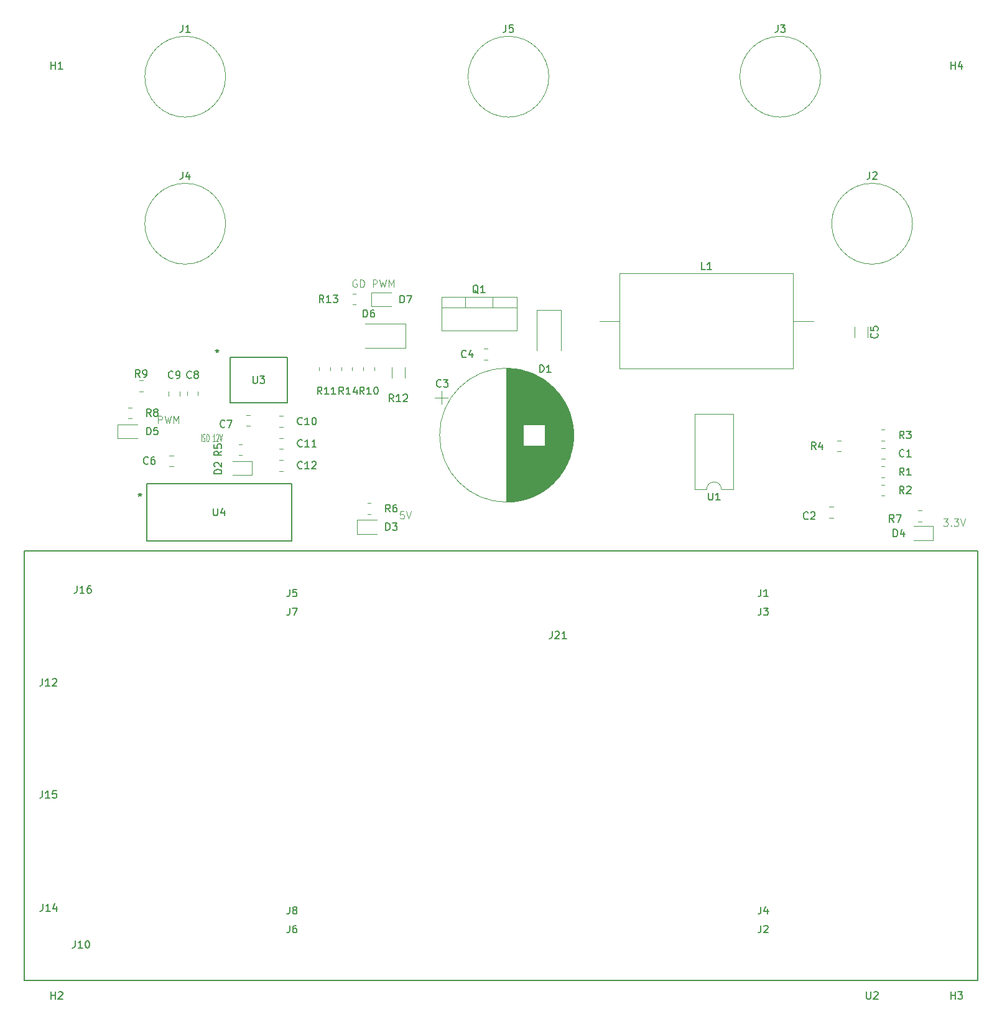
<source format=gbr>
%TF.GenerationSoftware,KiCad,Pcbnew,8.0.8*%
%TF.CreationDate,2025-03-02T13:54:02-05:00*%
%TF.ProjectId,NEW1,4e455731-2e6b-4696-9361-645f70636258,rev?*%
%TF.SameCoordinates,Original*%
%TF.FileFunction,Legend,Top*%
%TF.FilePolarity,Positive*%
%FSLAX46Y46*%
G04 Gerber Fmt 4.6, Leading zero omitted, Abs format (unit mm)*
G04 Created by KiCad (PCBNEW 8.0.8) date 2025-03-02 13:54:02*
%MOMM*%
%LPD*%
G01*
G04 APERTURE LIST*
%ADD10C,0.100000*%
%ADD11C,0.150000*%
%ADD12C,0.120000*%
%ADD13C,0.152400*%
%ADD14C,0.127000*%
G04 APERTURE END LIST*
D10*
X153208646Y-93122419D02*
X153827693Y-93122419D01*
X153827693Y-93122419D02*
X153494360Y-93503371D01*
X153494360Y-93503371D02*
X153637217Y-93503371D01*
X153637217Y-93503371D02*
X153732455Y-93550990D01*
X153732455Y-93550990D02*
X153780074Y-93598609D01*
X153780074Y-93598609D02*
X153827693Y-93693847D01*
X153827693Y-93693847D02*
X153827693Y-93931942D01*
X153827693Y-93931942D02*
X153780074Y-94027180D01*
X153780074Y-94027180D02*
X153732455Y-94074800D01*
X153732455Y-94074800D02*
X153637217Y-94122419D01*
X153637217Y-94122419D02*
X153351503Y-94122419D01*
X153351503Y-94122419D02*
X153256265Y-94074800D01*
X153256265Y-94074800D02*
X153208646Y-94027180D01*
X154256265Y-94027180D02*
X154303884Y-94074800D01*
X154303884Y-94074800D02*
X154256265Y-94122419D01*
X154256265Y-94122419D02*
X154208646Y-94074800D01*
X154208646Y-94074800D02*
X154256265Y-94027180D01*
X154256265Y-94027180D02*
X154256265Y-94122419D01*
X154637217Y-93122419D02*
X155256264Y-93122419D01*
X155256264Y-93122419D02*
X154922931Y-93503371D01*
X154922931Y-93503371D02*
X155065788Y-93503371D01*
X155065788Y-93503371D02*
X155161026Y-93550990D01*
X155161026Y-93550990D02*
X155208645Y-93598609D01*
X155208645Y-93598609D02*
X155256264Y-93693847D01*
X155256264Y-93693847D02*
X155256264Y-93931942D01*
X155256264Y-93931942D02*
X155208645Y-94027180D01*
X155208645Y-94027180D02*
X155161026Y-94074800D01*
X155161026Y-94074800D02*
X155065788Y-94122419D01*
X155065788Y-94122419D02*
X154780074Y-94122419D01*
X154780074Y-94122419D02*
X154684836Y-94074800D01*
X154684836Y-94074800D02*
X154637217Y-94027180D01*
X155541979Y-93122419D02*
X155875312Y-94122419D01*
X155875312Y-94122419D02*
X156208645Y-93122419D01*
X79780074Y-92122419D02*
X79303884Y-92122419D01*
X79303884Y-92122419D02*
X79256265Y-92598609D01*
X79256265Y-92598609D02*
X79303884Y-92550990D01*
X79303884Y-92550990D02*
X79399122Y-92503371D01*
X79399122Y-92503371D02*
X79637217Y-92503371D01*
X79637217Y-92503371D02*
X79732455Y-92550990D01*
X79732455Y-92550990D02*
X79780074Y-92598609D01*
X79780074Y-92598609D02*
X79827693Y-92693847D01*
X79827693Y-92693847D02*
X79827693Y-92931942D01*
X79827693Y-92931942D02*
X79780074Y-93027180D01*
X79780074Y-93027180D02*
X79732455Y-93074800D01*
X79732455Y-93074800D02*
X79637217Y-93122419D01*
X79637217Y-93122419D02*
X79399122Y-93122419D01*
X79399122Y-93122419D02*
X79303884Y-93074800D01*
X79303884Y-93074800D02*
X79256265Y-93027180D01*
X80113408Y-92122419D02*
X80446741Y-93122419D01*
X80446741Y-93122419D02*
X80780074Y-92122419D01*
X52184836Y-82622419D02*
X52184836Y-81622419D01*
X52399122Y-82574800D02*
X52470550Y-82622419D01*
X52470550Y-82622419D02*
X52589598Y-82622419D01*
X52589598Y-82622419D02*
X52637217Y-82574800D01*
X52637217Y-82574800D02*
X52661026Y-82527180D01*
X52661026Y-82527180D02*
X52684836Y-82431942D01*
X52684836Y-82431942D02*
X52684836Y-82336704D01*
X52684836Y-82336704D02*
X52661026Y-82241466D01*
X52661026Y-82241466D02*
X52637217Y-82193847D01*
X52637217Y-82193847D02*
X52589598Y-82146228D01*
X52589598Y-82146228D02*
X52494360Y-82098609D01*
X52494360Y-82098609D02*
X52446741Y-82050990D01*
X52446741Y-82050990D02*
X52422931Y-82003371D01*
X52422931Y-82003371D02*
X52399122Y-81908133D01*
X52399122Y-81908133D02*
X52399122Y-81812895D01*
X52399122Y-81812895D02*
X52422931Y-81717657D01*
X52422931Y-81717657D02*
X52446741Y-81670038D01*
X52446741Y-81670038D02*
X52494360Y-81622419D01*
X52494360Y-81622419D02*
X52613407Y-81622419D01*
X52613407Y-81622419D02*
X52684836Y-81670038D01*
X52994359Y-81622419D02*
X53089597Y-81622419D01*
X53089597Y-81622419D02*
X53137216Y-81670038D01*
X53137216Y-81670038D02*
X53184835Y-81765276D01*
X53184835Y-81765276D02*
X53208645Y-81955752D01*
X53208645Y-81955752D02*
X53208645Y-82289085D01*
X53208645Y-82289085D02*
X53184835Y-82479561D01*
X53184835Y-82479561D02*
X53137216Y-82574800D01*
X53137216Y-82574800D02*
X53089597Y-82622419D01*
X53089597Y-82622419D02*
X52994359Y-82622419D01*
X52994359Y-82622419D02*
X52946740Y-82574800D01*
X52946740Y-82574800D02*
X52899121Y-82479561D01*
X52899121Y-82479561D02*
X52875312Y-82289085D01*
X52875312Y-82289085D02*
X52875312Y-81955752D01*
X52875312Y-81955752D02*
X52899121Y-81765276D01*
X52899121Y-81765276D02*
X52946740Y-81670038D01*
X52946740Y-81670038D02*
X52994359Y-81622419D01*
X54065788Y-82622419D02*
X53780074Y-82622419D01*
X53922931Y-82622419D02*
X53922931Y-81622419D01*
X53922931Y-81622419D02*
X53875312Y-81765276D01*
X53875312Y-81765276D02*
X53827693Y-81860514D01*
X53827693Y-81860514D02*
X53780074Y-81908133D01*
X54256264Y-81717657D02*
X54280073Y-81670038D01*
X54280073Y-81670038D02*
X54327692Y-81622419D01*
X54327692Y-81622419D02*
X54446740Y-81622419D01*
X54446740Y-81622419D02*
X54494359Y-81670038D01*
X54494359Y-81670038D02*
X54518168Y-81717657D01*
X54518168Y-81717657D02*
X54541978Y-81812895D01*
X54541978Y-81812895D02*
X54541978Y-81908133D01*
X54541978Y-81908133D02*
X54518168Y-82050990D01*
X54518168Y-82050990D02*
X54232454Y-82622419D01*
X54232454Y-82622419D02*
X54541978Y-82622419D01*
X54684835Y-81622419D02*
X54851501Y-82622419D01*
X54851501Y-82622419D02*
X55018168Y-81622419D01*
X73327693Y-60670038D02*
X73232455Y-60622419D01*
X73232455Y-60622419D02*
X73089598Y-60622419D01*
X73089598Y-60622419D02*
X72946741Y-60670038D01*
X72946741Y-60670038D02*
X72851503Y-60765276D01*
X72851503Y-60765276D02*
X72803884Y-60860514D01*
X72803884Y-60860514D02*
X72756265Y-61050990D01*
X72756265Y-61050990D02*
X72756265Y-61193847D01*
X72756265Y-61193847D02*
X72803884Y-61384323D01*
X72803884Y-61384323D02*
X72851503Y-61479561D01*
X72851503Y-61479561D02*
X72946741Y-61574800D01*
X72946741Y-61574800D02*
X73089598Y-61622419D01*
X73089598Y-61622419D02*
X73184836Y-61622419D01*
X73184836Y-61622419D02*
X73327693Y-61574800D01*
X73327693Y-61574800D02*
X73375312Y-61527180D01*
X73375312Y-61527180D02*
X73375312Y-61193847D01*
X73375312Y-61193847D02*
X73184836Y-61193847D01*
X73803884Y-61622419D02*
X73803884Y-60622419D01*
X73803884Y-60622419D02*
X74041979Y-60622419D01*
X74041979Y-60622419D02*
X74184836Y-60670038D01*
X74184836Y-60670038D02*
X74280074Y-60765276D01*
X74280074Y-60765276D02*
X74327693Y-60860514D01*
X74327693Y-60860514D02*
X74375312Y-61050990D01*
X74375312Y-61050990D02*
X74375312Y-61193847D01*
X74375312Y-61193847D02*
X74327693Y-61384323D01*
X74327693Y-61384323D02*
X74280074Y-61479561D01*
X74280074Y-61479561D02*
X74184836Y-61574800D01*
X74184836Y-61574800D02*
X74041979Y-61622419D01*
X74041979Y-61622419D02*
X73803884Y-61622419D01*
X75565789Y-61622419D02*
X75565789Y-60622419D01*
X75565789Y-60622419D02*
X75946741Y-60622419D01*
X75946741Y-60622419D02*
X76041979Y-60670038D01*
X76041979Y-60670038D02*
X76089598Y-60717657D01*
X76089598Y-60717657D02*
X76137217Y-60812895D01*
X76137217Y-60812895D02*
X76137217Y-60955752D01*
X76137217Y-60955752D02*
X76089598Y-61050990D01*
X76089598Y-61050990D02*
X76041979Y-61098609D01*
X76041979Y-61098609D02*
X75946741Y-61146228D01*
X75946741Y-61146228D02*
X75565789Y-61146228D01*
X76470551Y-60622419D02*
X76708646Y-61622419D01*
X76708646Y-61622419D02*
X76899122Y-60908133D01*
X76899122Y-60908133D02*
X77089598Y-61622419D01*
X77089598Y-61622419D02*
X77327694Y-60622419D01*
X77708646Y-61622419D02*
X77708646Y-60622419D01*
X77708646Y-60622419D02*
X78041979Y-61336704D01*
X78041979Y-61336704D02*
X78375312Y-60622419D01*
X78375312Y-60622419D02*
X78375312Y-61622419D01*
X46303884Y-80122419D02*
X46303884Y-79122419D01*
X46303884Y-79122419D02*
X46684836Y-79122419D01*
X46684836Y-79122419D02*
X46780074Y-79170038D01*
X46780074Y-79170038D02*
X46827693Y-79217657D01*
X46827693Y-79217657D02*
X46875312Y-79312895D01*
X46875312Y-79312895D02*
X46875312Y-79455752D01*
X46875312Y-79455752D02*
X46827693Y-79550990D01*
X46827693Y-79550990D02*
X46780074Y-79598609D01*
X46780074Y-79598609D02*
X46684836Y-79646228D01*
X46684836Y-79646228D02*
X46303884Y-79646228D01*
X47208646Y-79122419D02*
X47446741Y-80122419D01*
X47446741Y-80122419D02*
X47637217Y-79408133D01*
X47637217Y-79408133D02*
X47827693Y-80122419D01*
X47827693Y-80122419D02*
X48065789Y-79122419D01*
X48446741Y-80122419D02*
X48446741Y-79122419D01*
X48446741Y-79122419D02*
X48780074Y-79836704D01*
X48780074Y-79836704D02*
X49113407Y-79122419D01*
X49113407Y-79122419D02*
X49113407Y-80122419D01*
D11*
X134783333Y-93109580D02*
X134735714Y-93157200D01*
X134735714Y-93157200D02*
X134592857Y-93204819D01*
X134592857Y-93204819D02*
X134497619Y-93204819D01*
X134497619Y-93204819D02*
X134354762Y-93157200D01*
X134354762Y-93157200D02*
X134259524Y-93061961D01*
X134259524Y-93061961D02*
X134211905Y-92966723D01*
X134211905Y-92966723D02*
X134164286Y-92776247D01*
X134164286Y-92776247D02*
X134164286Y-92633390D01*
X134164286Y-92633390D02*
X134211905Y-92442914D01*
X134211905Y-92442914D02*
X134259524Y-92347676D01*
X134259524Y-92347676D02*
X134354762Y-92252438D01*
X134354762Y-92252438D02*
X134497619Y-92204819D01*
X134497619Y-92204819D02*
X134592857Y-92204819D01*
X134592857Y-92204819D02*
X134735714Y-92252438D01*
X134735714Y-92252438D02*
X134783333Y-92300057D01*
X135164286Y-92300057D02*
X135211905Y-92252438D01*
X135211905Y-92252438D02*
X135307143Y-92204819D01*
X135307143Y-92204819D02*
X135545238Y-92204819D01*
X135545238Y-92204819D02*
X135640476Y-92252438D01*
X135640476Y-92252438D02*
X135688095Y-92300057D01*
X135688095Y-92300057D02*
X135735714Y-92395295D01*
X135735714Y-92395295D02*
X135735714Y-92490533D01*
X135735714Y-92490533D02*
X135688095Y-92633390D01*
X135688095Y-92633390D02*
X135116667Y-93204819D01*
X135116667Y-93204819D02*
X135735714Y-93204819D01*
X135833333Y-83704819D02*
X135500000Y-83228628D01*
X135261905Y-83704819D02*
X135261905Y-82704819D01*
X135261905Y-82704819D02*
X135642857Y-82704819D01*
X135642857Y-82704819D02*
X135738095Y-82752438D01*
X135738095Y-82752438D02*
X135785714Y-82800057D01*
X135785714Y-82800057D02*
X135833333Y-82895295D01*
X135833333Y-82895295D02*
X135833333Y-83038152D01*
X135833333Y-83038152D02*
X135785714Y-83133390D01*
X135785714Y-83133390D02*
X135738095Y-83181009D01*
X135738095Y-83181009D02*
X135642857Y-83228628D01*
X135642857Y-83228628D02*
X135261905Y-83228628D01*
X136690476Y-83038152D02*
X136690476Y-83704819D01*
X136452381Y-82657200D02*
X136214286Y-83371485D01*
X136214286Y-83371485D02*
X136833333Y-83371485D01*
X44761905Y-81704819D02*
X44761905Y-80704819D01*
X44761905Y-80704819D02*
X45000000Y-80704819D01*
X45000000Y-80704819D02*
X45142857Y-80752438D01*
X45142857Y-80752438D02*
X45238095Y-80847676D01*
X45238095Y-80847676D02*
X45285714Y-80942914D01*
X45285714Y-80942914D02*
X45333333Y-81133390D01*
X45333333Y-81133390D02*
X45333333Y-81276247D01*
X45333333Y-81276247D02*
X45285714Y-81466723D01*
X45285714Y-81466723D02*
X45238095Y-81561961D01*
X45238095Y-81561961D02*
X45142857Y-81657200D01*
X45142857Y-81657200D02*
X45000000Y-81704819D01*
X45000000Y-81704819D02*
X44761905Y-81704819D01*
X46238095Y-80704819D02*
X45761905Y-80704819D01*
X45761905Y-80704819D02*
X45714286Y-81181009D01*
X45714286Y-81181009D02*
X45761905Y-81133390D01*
X45761905Y-81133390D02*
X45857143Y-81085771D01*
X45857143Y-81085771D02*
X46095238Y-81085771D01*
X46095238Y-81085771D02*
X46190476Y-81133390D01*
X46190476Y-81133390D02*
X46238095Y-81181009D01*
X46238095Y-81181009D02*
X46285714Y-81276247D01*
X46285714Y-81276247D02*
X46285714Y-81514342D01*
X46285714Y-81514342D02*
X46238095Y-81609580D01*
X46238095Y-81609580D02*
X46190476Y-81657200D01*
X46190476Y-81657200D02*
X46095238Y-81704819D01*
X46095238Y-81704819D02*
X45857143Y-81704819D01*
X45857143Y-81704819D02*
X45761905Y-81657200D01*
X45761905Y-81657200D02*
X45714286Y-81609580D01*
X93666666Y-25954819D02*
X93666666Y-26669104D01*
X93666666Y-26669104D02*
X93619047Y-26811961D01*
X93619047Y-26811961D02*
X93523809Y-26907200D01*
X93523809Y-26907200D02*
X93380952Y-26954819D01*
X93380952Y-26954819D02*
X93285714Y-26954819D01*
X94619047Y-25954819D02*
X94142857Y-25954819D01*
X94142857Y-25954819D02*
X94095238Y-26431009D01*
X94095238Y-26431009D02*
X94142857Y-26383390D01*
X94142857Y-26383390D02*
X94238095Y-26335771D01*
X94238095Y-26335771D02*
X94476190Y-26335771D01*
X94476190Y-26335771D02*
X94571428Y-26383390D01*
X94571428Y-26383390D02*
X94619047Y-26431009D01*
X94619047Y-26431009D02*
X94666666Y-26526247D01*
X94666666Y-26526247D02*
X94666666Y-26764342D01*
X94666666Y-26764342D02*
X94619047Y-26859580D01*
X94619047Y-26859580D02*
X94571428Y-26907200D01*
X94571428Y-26907200D02*
X94476190Y-26954819D01*
X94476190Y-26954819D02*
X94238095Y-26954819D01*
X94238095Y-26954819D02*
X94142857Y-26907200D01*
X94142857Y-26907200D02*
X94095238Y-26859580D01*
X121228095Y-89584819D02*
X121228095Y-90394342D01*
X121228095Y-90394342D02*
X121275714Y-90489580D01*
X121275714Y-90489580D02*
X121323333Y-90537200D01*
X121323333Y-90537200D02*
X121418571Y-90584819D01*
X121418571Y-90584819D02*
X121609047Y-90584819D01*
X121609047Y-90584819D02*
X121704285Y-90537200D01*
X121704285Y-90537200D02*
X121751904Y-90489580D01*
X121751904Y-90489580D02*
X121799523Y-90394342D01*
X121799523Y-90394342D02*
X121799523Y-89584819D01*
X122799523Y-90584819D02*
X122228095Y-90584819D01*
X122513809Y-90584819D02*
X122513809Y-89584819D01*
X122513809Y-89584819D02*
X122418571Y-89727676D01*
X122418571Y-89727676D02*
X122323333Y-89822914D01*
X122323333Y-89822914D02*
X122228095Y-89870533D01*
X44948533Y-85609580D02*
X44900914Y-85657200D01*
X44900914Y-85657200D02*
X44758057Y-85704819D01*
X44758057Y-85704819D02*
X44662819Y-85704819D01*
X44662819Y-85704819D02*
X44519962Y-85657200D01*
X44519962Y-85657200D02*
X44424724Y-85561961D01*
X44424724Y-85561961D02*
X44377105Y-85466723D01*
X44377105Y-85466723D02*
X44329486Y-85276247D01*
X44329486Y-85276247D02*
X44329486Y-85133390D01*
X44329486Y-85133390D02*
X44377105Y-84942914D01*
X44377105Y-84942914D02*
X44424724Y-84847676D01*
X44424724Y-84847676D02*
X44519962Y-84752438D01*
X44519962Y-84752438D02*
X44662819Y-84704819D01*
X44662819Y-84704819D02*
X44758057Y-84704819D01*
X44758057Y-84704819D02*
X44900914Y-84752438D01*
X44900914Y-84752438D02*
X44948533Y-84800057D01*
X45805676Y-84704819D02*
X45615200Y-84704819D01*
X45615200Y-84704819D02*
X45519962Y-84752438D01*
X45519962Y-84752438D02*
X45472343Y-84800057D01*
X45472343Y-84800057D02*
X45377105Y-84942914D01*
X45377105Y-84942914D02*
X45329486Y-85133390D01*
X45329486Y-85133390D02*
X45329486Y-85514342D01*
X45329486Y-85514342D02*
X45377105Y-85609580D01*
X45377105Y-85609580D02*
X45424724Y-85657200D01*
X45424724Y-85657200D02*
X45519962Y-85704819D01*
X45519962Y-85704819D02*
X45710438Y-85704819D01*
X45710438Y-85704819D02*
X45805676Y-85657200D01*
X45805676Y-85657200D02*
X45853295Y-85609580D01*
X45853295Y-85609580D02*
X45900914Y-85514342D01*
X45900914Y-85514342D02*
X45900914Y-85276247D01*
X45900914Y-85276247D02*
X45853295Y-85181009D01*
X45853295Y-85181009D02*
X45805676Y-85133390D01*
X45805676Y-85133390D02*
X45710438Y-85085771D01*
X45710438Y-85085771D02*
X45519962Y-85085771D01*
X45519962Y-85085771D02*
X45424724Y-85133390D01*
X45424724Y-85133390D02*
X45377105Y-85181009D01*
X45377105Y-85181009D02*
X45329486Y-85276247D01*
X74357142Y-76204819D02*
X74023809Y-75728628D01*
X73785714Y-76204819D02*
X73785714Y-75204819D01*
X73785714Y-75204819D02*
X74166666Y-75204819D01*
X74166666Y-75204819D02*
X74261904Y-75252438D01*
X74261904Y-75252438D02*
X74309523Y-75300057D01*
X74309523Y-75300057D02*
X74357142Y-75395295D01*
X74357142Y-75395295D02*
X74357142Y-75538152D01*
X74357142Y-75538152D02*
X74309523Y-75633390D01*
X74309523Y-75633390D02*
X74261904Y-75681009D01*
X74261904Y-75681009D02*
X74166666Y-75728628D01*
X74166666Y-75728628D02*
X73785714Y-75728628D01*
X75309523Y-76204819D02*
X74738095Y-76204819D01*
X75023809Y-76204819D02*
X75023809Y-75204819D01*
X75023809Y-75204819D02*
X74928571Y-75347676D01*
X74928571Y-75347676D02*
X74833333Y-75442914D01*
X74833333Y-75442914D02*
X74738095Y-75490533D01*
X75928571Y-75204819D02*
X76023809Y-75204819D01*
X76023809Y-75204819D02*
X76119047Y-75252438D01*
X76119047Y-75252438D02*
X76166666Y-75300057D01*
X76166666Y-75300057D02*
X76214285Y-75395295D01*
X76214285Y-75395295D02*
X76261904Y-75585771D01*
X76261904Y-75585771D02*
X76261904Y-75823866D01*
X76261904Y-75823866D02*
X76214285Y-76014342D01*
X76214285Y-76014342D02*
X76166666Y-76109580D01*
X76166666Y-76109580D02*
X76119047Y-76157200D01*
X76119047Y-76157200D02*
X76023809Y-76204819D01*
X76023809Y-76204819D02*
X75928571Y-76204819D01*
X75928571Y-76204819D02*
X75833333Y-76157200D01*
X75833333Y-76157200D02*
X75785714Y-76109580D01*
X75785714Y-76109580D02*
X75738095Y-76014342D01*
X75738095Y-76014342D02*
X75690476Y-75823866D01*
X75690476Y-75823866D02*
X75690476Y-75585771D01*
X75690476Y-75585771D02*
X75738095Y-75395295D01*
X75738095Y-75395295D02*
X75785714Y-75300057D01*
X75785714Y-75300057D02*
X75833333Y-75252438D01*
X75833333Y-75252438D02*
X75928571Y-75204819D01*
X49666666Y-45954819D02*
X49666666Y-46669104D01*
X49666666Y-46669104D02*
X49619047Y-46811961D01*
X49619047Y-46811961D02*
X49523809Y-46907200D01*
X49523809Y-46907200D02*
X49380952Y-46954819D01*
X49380952Y-46954819D02*
X49285714Y-46954819D01*
X50571428Y-46288152D02*
X50571428Y-46954819D01*
X50333333Y-45907200D02*
X50095238Y-46621485D01*
X50095238Y-46621485D02*
X50714285Y-46621485D01*
X147833333Y-87204819D02*
X147500000Y-86728628D01*
X147261905Y-87204819D02*
X147261905Y-86204819D01*
X147261905Y-86204819D02*
X147642857Y-86204819D01*
X147642857Y-86204819D02*
X147738095Y-86252438D01*
X147738095Y-86252438D02*
X147785714Y-86300057D01*
X147785714Y-86300057D02*
X147833333Y-86395295D01*
X147833333Y-86395295D02*
X147833333Y-86538152D01*
X147833333Y-86538152D02*
X147785714Y-86633390D01*
X147785714Y-86633390D02*
X147738095Y-86681009D01*
X147738095Y-86681009D02*
X147642857Y-86728628D01*
X147642857Y-86728628D02*
X147261905Y-86728628D01*
X148785714Y-87204819D02*
X148214286Y-87204819D01*
X148500000Y-87204819D02*
X148500000Y-86204819D01*
X148500000Y-86204819D02*
X148404762Y-86347676D01*
X148404762Y-86347676D02*
X148309524Y-86442914D01*
X148309524Y-86442914D02*
X148214286Y-86490533D01*
X45333333Y-79204819D02*
X45000000Y-78728628D01*
X44761905Y-79204819D02*
X44761905Y-78204819D01*
X44761905Y-78204819D02*
X45142857Y-78204819D01*
X45142857Y-78204819D02*
X45238095Y-78252438D01*
X45238095Y-78252438D02*
X45285714Y-78300057D01*
X45285714Y-78300057D02*
X45333333Y-78395295D01*
X45333333Y-78395295D02*
X45333333Y-78538152D01*
X45333333Y-78538152D02*
X45285714Y-78633390D01*
X45285714Y-78633390D02*
X45238095Y-78681009D01*
X45238095Y-78681009D02*
X45142857Y-78728628D01*
X45142857Y-78728628D02*
X44761905Y-78728628D01*
X45904762Y-78633390D02*
X45809524Y-78585771D01*
X45809524Y-78585771D02*
X45761905Y-78538152D01*
X45761905Y-78538152D02*
X45714286Y-78442914D01*
X45714286Y-78442914D02*
X45714286Y-78395295D01*
X45714286Y-78395295D02*
X45761905Y-78300057D01*
X45761905Y-78300057D02*
X45809524Y-78252438D01*
X45809524Y-78252438D02*
X45904762Y-78204819D01*
X45904762Y-78204819D02*
X46095238Y-78204819D01*
X46095238Y-78204819D02*
X46190476Y-78252438D01*
X46190476Y-78252438D02*
X46238095Y-78300057D01*
X46238095Y-78300057D02*
X46285714Y-78395295D01*
X46285714Y-78395295D02*
X46285714Y-78442914D01*
X46285714Y-78442914D02*
X46238095Y-78538152D01*
X46238095Y-78538152D02*
X46190476Y-78585771D01*
X46190476Y-78585771D02*
X46095238Y-78633390D01*
X46095238Y-78633390D02*
X45904762Y-78633390D01*
X45904762Y-78633390D02*
X45809524Y-78681009D01*
X45809524Y-78681009D02*
X45761905Y-78728628D01*
X45761905Y-78728628D02*
X45714286Y-78823866D01*
X45714286Y-78823866D02*
X45714286Y-79014342D01*
X45714286Y-79014342D02*
X45761905Y-79109580D01*
X45761905Y-79109580D02*
X45809524Y-79157200D01*
X45809524Y-79157200D02*
X45904762Y-79204819D01*
X45904762Y-79204819D02*
X46095238Y-79204819D01*
X46095238Y-79204819D02*
X46190476Y-79157200D01*
X46190476Y-79157200D02*
X46238095Y-79109580D01*
X46238095Y-79109580D02*
X46285714Y-79014342D01*
X46285714Y-79014342D02*
X46285714Y-78823866D01*
X46285714Y-78823866D02*
X46238095Y-78728628D01*
X46238095Y-78728628D02*
X46190476Y-78681009D01*
X46190476Y-78681009D02*
X46095238Y-78633390D01*
X68592142Y-76204819D02*
X68258809Y-75728628D01*
X68020714Y-76204819D02*
X68020714Y-75204819D01*
X68020714Y-75204819D02*
X68401666Y-75204819D01*
X68401666Y-75204819D02*
X68496904Y-75252438D01*
X68496904Y-75252438D02*
X68544523Y-75300057D01*
X68544523Y-75300057D02*
X68592142Y-75395295D01*
X68592142Y-75395295D02*
X68592142Y-75538152D01*
X68592142Y-75538152D02*
X68544523Y-75633390D01*
X68544523Y-75633390D02*
X68496904Y-75681009D01*
X68496904Y-75681009D02*
X68401666Y-75728628D01*
X68401666Y-75728628D02*
X68020714Y-75728628D01*
X69544523Y-76204819D02*
X68973095Y-76204819D01*
X69258809Y-76204819D02*
X69258809Y-75204819D01*
X69258809Y-75204819D02*
X69163571Y-75347676D01*
X69163571Y-75347676D02*
X69068333Y-75442914D01*
X69068333Y-75442914D02*
X68973095Y-75490533D01*
X70496904Y-76204819D02*
X69925476Y-76204819D01*
X70211190Y-76204819D02*
X70211190Y-75204819D01*
X70211190Y-75204819D02*
X70115952Y-75347676D01*
X70115952Y-75347676D02*
X70020714Y-75442914D01*
X70020714Y-75442914D02*
X69925476Y-75490533D01*
X53853295Y-91704819D02*
X53853295Y-92514342D01*
X53853295Y-92514342D02*
X53900914Y-92609580D01*
X53900914Y-92609580D02*
X53948533Y-92657200D01*
X53948533Y-92657200D02*
X54043771Y-92704819D01*
X54043771Y-92704819D02*
X54234247Y-92704819D01*
X54234247Y-92704819D02*
X54329485Y-92657200D01*
X54329485Y-92657200D02*
X54377104Y-92609580D01*
X54377104Y-92609580D02*
X54424723Y-92514342D01*
X54424723Y-92514342D02*
X54424723Y-91704819D01*
X55329485Y-92038152D02*
X55329485Y-92704819D01*
X55091390Y-91657200D02*
X54853295Y-92371485D01*
X54853295Y-92371485D02*
X55472342Y-92371485D01*
X43845600Y-89629819D02*
X43845600Y-89867914D01*
X43607505Y-89772676D02*
X43845600Y-89867914D01*
X43845600Y-89867914D02*
X44083695Y-89772676D01*
X43702743Y-90058390D02*
X43845600Y-89867914D01*
X43845600Y-89867914D02*
X43988457Y-90058390D01*
X43845600Y-89629819D02*
X43845600Y-89867914D01*
X43607505Y-89772676D02*
X43845600Y-89867914D01*
X43845600Y-89867914D02*
X44083695Y-89772676D01*
X43702743Y-90058390D02*
X43845600Y-89867914D01*
X43845600Y-89867914D02*
X43988457Y-90058390D01*
X78357142Y-77204819D02*
X78023809Y-76728628D01*
X77785714Y-77204819D02*
X77785714Y-76204819D01*
X77785714Y-76204819D02*
X78166666Y-76204819D01*
X78166666Y-76204819D02*
X78261904Y-76252438D01*
X78261904Y-76252438D02*
X78309523Y-76300057D01*
X78309523Y-76300057D02*
X78357142Y-76395295D01*
X78357142Y-76395295D02*
X78357142Y-76538152D01*
X78357142Y-76538152D02*
X78309523Y-76633390D01*
X78309523Y-76633390D02*
X78261904Y-76681009D01*
X78261904Y-76681009D02*
X78166666Y-76728628D01*
X78166666Y-76728628D02*
X77785714Y-76728628D01*
X79309523Y-77204819D02*
X78738095Y-77204819D01*
X79023809Y-77204819D02*
X79023809Y-76204819D01*
X79023809Y-76204819D02*
X78928571Y-76347676D01*
X78928571Y-76347676D02*
X78833333Y-76442914D01*
X78833333Y-76442914D02*
X78738095Y-76490533D01*
X79690476Y-76300057D02*
X79738095Y-76252438D01*
X79738095Y-76252438D02*
X79833333Y-76204819D01*
X79833333Y-76204819D02*
X80071428Y-76204819D01*
X80071428Y-76204819D02*
X80166666Y-76252438D01*
X80166666Y-76252438D02*
X80214285Y-76300057D01*
X80214285Y-76300057D02*
X80261904Y-76395295D01*
X80261904Y-76395295D02*
X80261904Y-76490533D01*
X80261904Y-76490533D02*
X80214285Y-76633390D01*
X80214285Y-76633390D02*
X79642857Y-77204819D01*
X79642857Y-77204819D02*
X80261904Y-77204819D01*
X147833333Y-84609580D02*
X147785714Y-84657200D01*
X147785714Y-84657200D02*
X147642857Y-84704819D01*
X147642857Y-84704819D02*
X147547619Y-84704819D01*
X147547619Y-84704819D02*
X147404762Y-84657200D01*
X147404762Y-84657200D02*
X147309524Y-84561961D01*
X147309524Y-84561961D02*
X147261905Y-84466723D01*
X147261905Y-84466723D02*
X147214286Y-84276247D01*
X147214286Y-84276247D02*
X147214286Y-84133390D01*
X147214286Y-84133390D02*
X147261905Y-83942914D01*
X147261905Y-83942914D02*
X147309524Y-83847676D01*
X147309524Y-83847676D02*
X147404762Y-83752438D01*
X147404762Y-83752438D02*
X147547619Y-83704819D01*
X147547619Y-83704819D02*
X147642857Y-83704819D01*
X147642857Y-83704819D02*
X147785714Y-83752438D01*
X147785714Y-83752438D02*
X147833333Y-83800057D01*
X148785714Y-84704819D02*
X148214286Y-84704819D01*
X148500000Y-84704819D02*
X148500000Y-83704819D01*
X148500000Y-83704819D02*
X148404762Y-83847676D01*
X148404762Y-83847676D02*
X148309524Y-83942914D01*
X148309524Y-83942914D02*
X148214286Y-83990533D01*
X154238095Y-158454819D02*
X154238095Y-157454819D01*
X154238095Y-157931009D02*
X154809523Y-157931009D01*
X154809523Y-158454819D02*
X154809523Y-157454819D01*
X155190476Y-157454819D02*
X155809523Y-157454819D01*
X155809523Y-157454819D02*
X155476190Y-157835771D01*
X155476190Y-157835771D02*
X155619047Y-157835771D01*
X155619047Y-157835771D02*
X155714285Y-157883390D01*
X155714285Y-157883390D02*
X155761904Y-157931009D01*
X155761904Y-157931009D02*
X155809523Y-158026247D01*
X155809523Y-158026247D02*
X155809523Y-158264342D01*
X155809523Y-158264342D02*
X155761904Y-158359580D01*
X155761904Y-158359580D02*
X155714285Y-158407200D01*
X155714285Y-158407200D02*
X155619047Y-158454819D01*
X155619047Y-158454819D02*
X155333333Y-158454819D01*
X155333333Y-158454819D02*
X155238095Y-158407200D01*
X155238095Y-158407200D02*
X155190476Y-158359580D01*
X54954819Y-86988094D02*
X53954819Y-86988094D01*
X53954819Y-86988094D02*
X53954819Y-86749999D01*
X53954819Y-86749999D02*
X54002438Y-86607142D01*
X54002438Y-86607142D02*
X54097676Y-86511904D01*
X54097676Y-86511904D02*
X54192914Y-86464285D01*
X54192914Y-86464285D02*
X54383390Y-86416666D01*
X54383390Y-86416666D02*
X54526247Y-86416666D01*
X54526247Y-86416666D02*
X54716723Y-86464285D01*
X54716723Y-86464285D02*
X54811961Y-86511904D01*
X54811961Y-86511904D02*
X54907200Y-86607142D01*
X54907200Y-86607142D02*
X54954819Y-86749999D01*
X54954819Y-86749999D02*
X54954819Y-86988094D01*
X54050057Y-86035713D02*
X54002438Y-85988094D01*
X54002438Y-85988094D02*
X53954819Y-85892856D01*
X53954819Y-85892856D02*
X53954819Y-85654761D01*
X53954819Y-85654761D02*
X54002438Y-85559523D01*
X54002438Y-85559523D02*
X54050057Y-85511904D01*
X54050057Y-85511904D02*
X54145295Y-85464285D01*
X54145295Y-85464285D02*
X54240533Y-85464285D01*
X54240533Y-85464285D02*
X54383390Y-85511904D01*
X54383390Y-85511904D02*
X54954819Y-86083332D01*
X54954819Y-86083332D02*
X54954819Y-85464285D01*
X49666666Y-25954819D02*
X49666666Y-26669104D01*
X49666666Y-26669104D02*
X49619047Y-26811961D01*
X49619047Y-26811961D02*
X49523809Y-26907200D01*
X49523809Y-26907200D02*
X49380952Y-26954819D01*
X49380952Y-26954819D02*
X49285714Y-26954819D01*
X50666666Y-26954819D02*
X50095238Y-26954819D01*
X50380952Y-26954819D02*
X50380952Y-25954819D01*
X50380952Y-25954819D02*
X50285714Y-26097676D01*
X50285714Y-26097676D02*
X50190476Y-26192914D01*
X50190476Y-26192914D02*
X50095238Y-26240533D01*
X84811113Y-75109580D02*
X84763494Y-75157200D01*
X84763494Y-75157200D02*
X84620637Y-75204819D01*
X84620637Y-75204819D02*
X84525399Y-75204819D01*
X84525399Y-75204819D02*
X84382542Y-75157200D01*
X84382542Y-75157200D02*
X84287304Y-75061961D01*
X84287304Y-75061961D02*
X84239685Y-74966723D01*
X84239685Y-74966723D02*
X84192066Y-74776247D01*
X84192066Y-74776247D02*
X84192066Y-74633390D01*
X84192066Y-74633390D02*
X84239685Y-74442914D01*
X84239685Y-74442914D02*
X84287304Y-74347676D01*
X84287304Y-74347676D02*
X84382542Y-74252438D01*
X84382542Y-74252438D02*
X84525399Y-74204819D01*
X84525399Y-74204819D02*
X84620637Y-74204819D01*
X84620637Y-74204819D02*
X84763494Y-74252438D01*
X84763494Y-74252438D02*
X84811113Y-74300057D01*
X85144447Y-74204819D02*
X85763494Y-74204819D01*
X85763494Y-74204819D02*
X85430161Y-74585771D01*
X85430161Y-74585771D02*
X85573018Y-74585771D01*
X85573018Y-74585771D02*
X85668256Y-74633390D01*
X85668256Y-74633390D02*
X85715875Y-74681009D01*
X85715875Y-74681009D02*
X85763494Y-74776247D01*
X85763494Y-74776247D02*
X85763494Y-75014342D01*
X85763494Y-75014342D02*
X85715875Y-75109580D01*
X85715875Y-75109580D02*
X85668256Y-75157200D01*
X85668256Y-75157200D02*
X85573018Y-75204819D01*
X85573018Y-75204819D02*
X85287304Y-75204819D01*
X85287304Y-75204819D02*
X85192066Y-75157200D01*
X85192066Y-75157200D02*
X85144447Y-75109580D01*
X54954819Y-83916666D02*
X54478628Y-84249999D01*
X54954819Y-84488094D02*
X53954819Y-84488094D01*
X53954819Y-84488094D02*
X53954819Y-84107142D01*
X53954819Y-84107142D02*
X54002438Y-84011904D01*
X54002438Y-84011904D02*
X54050057Y-83964285D01*
X54050057Y-83964285D02*
X54145295Y-83916666D01*
X54145295Y-83916666D02*
X54288152Y-83916666D01*
X54288152Y-83916666D02*
X54383390Y-83964285D01*
X54383390Y-83964285D02*
X54431009Y-84011904D01*
X54431009Y-84011904D02*
X54478628Y-84107142D01*
X54478628Y-84107142D02*
X54478628Y-84488094D01*
X53954819Y-83011904D02*
X53954819Y-83488094D01*
X53954819Y-83488094D02*
X54431009Y-83535713D01*
X54431009Y-83535713D02*
X54383390Y-83488094D01*
X54383390Y-83488094D02*
X54335771Y-83392856D01*
X54335771Y-83392856D02*
X54335771Y-83154761D01*
X54335771Y-83154761D02*
X54383390Y-83059523D01*
X54383390Y-83059523D02*
X54431009Y-83011904D01*
X54431009Y-83011904D02*
X54526247Y-82964285D01*
X54526247Y-82964285D02*
X54764342Y-82964285D01*
X54764342Y-82964285D02*
X54859580Y-83011904D01*
X54859580Y-83011904D02*
X54907200Y-83059523D01*
X54907200Y-83059523D02*
X54954819Y-83154761D01*
X54954819Y-83154761D02*
X54954819Y-83392856D01*
X54954819Y-83392856D02*
X54907200Y-83488094D01*
X54907200Y-83488094D02*
X54859580Y-83535713D01*
X31738095Y-158454819D02*
X31738095Y-157454819D01*
X31738095Y-157931009D02*
X32309523Y-157931009D01*
X32309523Y-158454819D02*
X32309523Y-157454819D01*
X32738095Y-157550057D02*
X32785714Y-157502438D01*
X32785714Y-157502438D02*
X32880952Y-157454819D01*
X32880952Y-157454819D02*
X33119047Y-157454819D01*
X33119047Y-157454819D02*
X33214285Y-157502438D01*
X33214285Y-157502438D02*
X33261904Y-157550057D01*
X33261904Y-157550057D02*
X33309523Y-157645295D01*
X33309523Y-157645295D02*
X33309523Y-157740533D01*
X33309523Y-157740533D02*
X33261904Y-157883390D01*
X33261904Y-157883390D02*
X32690476Y-158454819D01*
X32690476Y-158454819D02*
X33309523Y-158454819D01*
X55383333Y-80609580D02*
X55335714Y-80657200D01*
X55335714Y-80657200D02*
X55192857Y-80704819D01*
X55192857Y-80704819D02*
X55097619Y-80704819D01*
X55097619Y-80704819D02*
X54954762Y-80657200D01*
X54954762Y-80657200D02*
X54859524Y-80561961D01*
X54859524Y-80561961D02*
X54811905Y-80466723D01*
X54811905Y-80466723D02*
X54764286Y-80276247D01*
X54764286Y-80276247D02*
X54764286Y-80133390D01*
X54764286Y-80133390D02*
X54811905Y-79942914D01*
X54811905Y-79942914D02*
X54859524Y-79847676D01*
X54859524Y-79847676D02*
X54954762Y-79752438D01*
X54954762Y-79752438D02*
X55097619Y-79704819D01*
X55097619Y-79704819D02*
X55192857Y-79704819D01*
X55192857Y-79704819D02*
X55335714Y-79752438D01*
X55335714Y-79752438D02*
X55383333Y-79800057D01*
X55716667Y-79704819D02*
X56383333Y-79704819D01*
X56383333Y-79704819D02*
X55954762Y-80704819D01*
X65922342Y-83244580D02*
X65874723Y-83292200D01*
X65874723Y-83292200D02*
X65731866Y-83339819D01*
X65731866Y-83339819D02*
X65636628Y-83339819D01*
X65636628Y-83339819D02*
X65493771Y-83292200D01*
X65493771Y-83292200D02*
X65398533Y-83196961D01*
X65398533Y-83196961D02*
X65350914Y-83101723D01*
X65350914Y-83101723D02*
X65303295Y-82911247D01*
X65303295Y-82911247D02*
X65303295Y-82768390D01*
X65303295Y-82768390D02*
X65350914Y-82577914D01*
X65350914Y-82577914D02*
X65398533Y-82482676D01*
X65398533Y-82482676D02*
X65493771Y-82387438D01*
X65493771Y-82387438D02*
X65636628Y-82339819D01*
X65636628Y-82339819D02*
X65731866Y-82339819D01*
X65731866Y-82339819D02*
X65874723Y-82387438D01*
X65874723Y-82387438D02*
X65922342Y-82435057D01*
X66874723Y-83339819D02*
X66303295Y-83339819D01*
X66589009Y-83339819D02*
X66589009Y-82339819D01*
X66589009Y-82339819D02*
X66493771Y-82482676D01*
X66493771Y-82482676D02*
X66398533Y-82577914D01*
X66398533Y-82577914D02*
X66303295Y-82625533D01*
X67827104Y-83339819D02*
X67255676Y-83339819D01*
X67541390Y-83339819D02*
X67541390Y-82339819D01*
X67541390Y-82339819D02*
X67446152Y-82482676D01*
X67446152Y-82482676D02*
X67350914Y-82577914D01*
X67350914Y-82577914D02*
X67255676Y-82625533D01*
X31738095Y-31954819D02*
X31738095Y-30954819D01*
X31738095Y-31431009D02*
X32309523Y-31431009D01*
X32309523Y-31954819D02*
X32309523Y-30954819D01*
X33309523Y-31954819D02*
X32738095Y-31954819D01*
X33023809Y-31954819D02*
X33023809Y-30954819D01*
X33023809Y-30954819D02*
X32928571Y-31097676D01*
X32928571Y-31097676D02*
X32833333Y-31192914D01*
X32833333Y-31192914D02*
X32738095Y-31240533D01*
X74261905Y-65704819D02*
X74261905Y-64704819D01*
X74261905Y-64704819D02*
X74500000Y-64704819D01*
X74500000Y-64704819D02*
X74642857Y-64752438D01*
X74642857Y-64752438D02*
X74738095Y-64847676D01*
X74738095Y-64847676D02*
X74785714Y-64942914D01*
X74785714Y-64942914D02*
X74833333Y-65133390D01*
X74833333Y-65133390D02*
X74833333Y-65276247D01*
X74833333Y-65276247D02*
X74785714Y-65466723D01*
X74785714Y-65466723D02*
X74738095Y-65561961D01*
X74738095Y-65561961D02*
X74642857Y-65657200D01*
X74642857Y-65657200D02*
X74500000Y-65704819D01*
X74500000Y-65704819D02*
X74261905Y-65704819D01*
X75690476Y-64704819D02*
X75500000Y-64704819D01*
X75500000Y-64704819D02*
X75404762Y-64752438D01*
X75404762Y-64752438D02*
X75357143Y-64800057D01*
X75357143Y-64800057D02*
X75261905Y-64942914D01*
X75261905Y-64942914D02*
X75214286Y-65133390D01*
X75214286Y-65133390D02*
X75214286Y-65514342D01*
X75214286Y-65514342D02*
X75261905Y-65609580D01*
X75261905Y-65609580D02*
X75309524Y-65657200D01*
X75309524Y-65657200D02*
X75404762Y-65704819D01*
X75404762Y-65704819D02*
X75595238Y-65704819D01*
X75595238Y-65704819D02*
X75690476Y-65657200D01*
X75690476Y-65657200D02*
X75738095Y-65609580D01*
X75738095Y-65609580D02*
X75785714Y-65514342D01*
X75785714Y-65514342D02*
X75785714Y-65276247D01*
X75785714Y-65276247D02*
X75738095Y-65181009D01*
X75738095Y-65181009D02*
X75690476Y-65133390D01*
X75690476Y-65133390D02*
X75595238Y-65085771D01*
X75595238Y-65085771D02*
X75404762Y-65085771D01*
X75404762Y-65085771D02*
X75309524Y-65133390D01*
X75309524Y-65133390D02*
X75261905Y-65181009D01*
X75261905Y-65181009D02*
X75214286Y-65276247D01*
X77324405Y-94704819D02*
X77324405Y-93704819D01*
X77324405Y-93704819D02*
X77562500Y-93704819D01*
X77562500Y-93704819D02*
X77705357Y-93752438D01*
X77705357Y-93752438D02*
X77800595Y-93847676D01*
X77800595Y-93847676D02*
X77848214Y-93942914D01*
X77848214Y-93942914D02*
X77895833Y-94133390D01*
X77895833Y-94133390D02*
X77895833Y-94276247D01*
X77895833Y-94276247D02*
X77848214Y-94466723D01*
X77848214Y-94466723D02*
X77800595Y-94561961D01*
X77800595Y-94561961D02*
X77705357Y-94657200D01*
X77705357Y-94657200D02*
X77562500Y-94704819D01*
X77562500Y-94704819D02*
X77324405Y-94704819D01*
X78229167Y-93704819D02*
X78848214Y-93704819D01*
X78848214Y-93704819D02*
X78514881Y-94085771D01*
X78514881Y-94085771D02*
X78657738Y-94085771D01*
X78657738Y-94085771D02*
X78752976Y-94133390D01*
X78752976Y-94133390D02*
X78800595Y-94181009D01*
X78800595Y-94181009D02*
X78848214Y-94276247D01*
X78848214Y-94276247D02*
X78848214Y-94514342D01*
X78848214Y-94514342D02*
X78800595Y-94609580D01*
X78800595Y-94609580D02*
X78752976Y-94657200D01*
X78752976Y-94657200D02*
X78657738Y-94704819D01*
X78657738Y-94704819D02*
X78372024Y-94704819D01*
X78372024Y-94704819D02*
X78276786Y-94657200D01*
X78276786Y-94657200D02*
X78229167Y-94609580D01*
X89904761Y-62475057D02*
X89809523Y-62427438D01*
X89809523Y-62427438D02*
X89714285Y-62332200D01*
X89714285Y-62332200D02*
X89571428Y-62189342D01*
X89571428Y-62189342D02*
X89476190Y-62141723D01*
X89476190Y-62141723D02*
X89380952Y-62141723D01*
X89428571Y-62379819D02*
X89333333Y-62332200D01*
X89333333Y-62332200D02*
X89238095Y-62236961D01*
X89238095Y-62236961D02*
X89190476Y-62046485D01*
X89190476Y-62046485D02*
X89190476Y-61713152D01*
X89190476Y-61713152D02*
X89238095Y-61522676D01*
X89238095Y-61522676D02*
X89333333Y-61427438D01*
X89333333Y-61427438D02*
X89428571Y-61379819D01*
X89428571Y-61379819D02*
X89619047Y-61379819D01*
X89619047Y-61379819D02*
X89714285Y-61427438D01*
X89714285Y-61427438D02*
X89809523Y-61522676D01*
X89809523Y-61522676D02*
X89857142Y-61713152D01*
X89857142Y-61713152D02*
X89857142Y-62046485D01*
X89857142Y-62046485D02*
X89809523Y-62236961D01*
X89809523Y-62236961D02*
X89714285Y-62332200D01*
X89714285Y-62332200D02*
X89619047Y-62379819D01*
X89619047Y-62379819D02*
X89428571Y-62379819D01*
X90809523Y-62379819D02*
X90238095Y-62379819D01*
X90523809Y-62379819D02*
X90523809Y-61379819D01*
X90523809Y-61379819D02*
X90428571Y-61522676D01*
X90428571Y-61522676D02*
X90333333Y-61617914D01*
X90333333Y-61617914D02*
X90238095Y-61665533D01*
X71542142Y-76204819D02*
X71208809Y-75728628D01*
X70970714Y-76204819D02*
X70970714Y-75204819D01*
X70970714Y-75204819D02*
X71351666Y-75204819D01*
X71351666Y-75204819D02*
X71446904Y-75252438D01*
X71446904Y-75252438D02*
X71494523Y-75300057D01*
X71494523Y-75300057D02*
X71542142Y-75395295D01*
X71542142Y-75395295D02*
X71542142Y-75538152D01*
X71542142Y-75538152D02*
X71494523Y-75633390D01*
X71494523Y-75633390D02*
X71446904Y-75681009D01*
X71446904Y-75681009D02*
X71351666Y-75728628D01*
X71351666Y-75728628D02*
X70970714Y-75728628D01*
X72494523Y-76204819D02*
X71923095Y-76204819D01*
X72208809Y-76204819D02*
X72208809Y-75204819D01*
X72208809Y-75204819D02*
X72113571Y-75347676D01*
X72113571Y-75347676D02*
X72018333Y-75442914D01*
X72018333Y-75442914D02*
X71923095Y-75490533D01*
X73351666Y-75538152D02*
X73351666Y-76204819D01*
X73113571Y-75157200D02*
X72875476Y-75871485D01*
X72875476Y-75871485D02*
X73494523Y-75871485D01*
X79261905Y-63754819D02*
X79261905Y-62754819D01*
X79261905Y-62754819D02*
X79500000Y-62754819D01*
X79500000Y-62754819D02*
X79642857Y-62802438D01*
X79642857Y-62802438D02*
X79738095Y-62897676D01*
X79738095Y-62897676D02*
X79785714Y-62992914D01*
X79785714Y-62992914D02*
X79833333Y-63183390D01*
X79833333Y-63183390D02*
X79833333Y-63326247D01*
X79833333Y-63326247D02*
X79785714Y-63516723D01*
X79785714Y-63516723D02*
X79738095Y-63611961D01*
X79738095Y-63611961D02*
X79642857Y-63707200D01*
X79642857Y-63707200D02*
X79500000Y-63754819D01*
X79500000Y-63754819D02*
X79261905Y-63754819D01*
X80166667Y-62754819D02*
X80833333Y-62754819D01*
X80833333Y-62754819D02*
X80404762Y-63754819D01*
X142738095Y-157454819D02*
X142738095Y-158264342D01*
X142738095Y-158264342D02*
X142785714Y-158359580D01*
X142785714Y-158359580D02*
X142833333Y-158407200D01*
X142833333Y-158407200D02*
X142928571Y-158454819D01*
X142928571Y-158454819D02*
X143119047Y-158454819D01*
X143119047Y-158454819D02*
X143214285Y-158407200D01*
X143214285Y-158407200D02*
X143261904Y-158359580D01*
X143261904Y-158359580D02*
X143309523Y-158264342D01*
X143309523Y-158264342D02*
X143309523Y-157454819D01*
X143738095Y-157550057D02*
X143785714Y-157502438D01*
X143785714Y-157502438D02*
X143880952Y-157454819D01*
X143880952Y-157454819D02*
X144119047Y-157454819D01*
X144119047Y-157454819D02*
X144214285Y-157502438D01*
X144214285Y-157502438D02*
X144261904Y-157550057D01*
X144261904Y-157550057D02*
X144309523Y-157645295D01*
X144309523Y-157645295D02*
X144309523Y-157740533D01*
X144309523Y-157740533D02*
X144261904Y-157883390D01*
X144261904Y-157883390D02*
X143690476Y-158454819D01*
X143690476Y-158454819D02*
X144309523Y-158454819D01*
X99937476Y-108424819D02*
X99937476Y-109139104D01*
X99937476Y-109139104D02*
X99889857Y-109281961D01*
X99889857Y-109281961D02*
X99794619Y-109377200D01*
X99794619Y-109377200D02*
X99651762Y-109424819D01*
X99651762Y-109424819D02*
X99556524Y-109424819D01*
X100366048Y-108520057D02*
X100413667Y-108472438D01*
X100413667Y-108472438D02*
X100508905Y-108424819D01*
X100508905Y-108424819D02*
X100747000Y-108424819D01*
X100747000Y-108424819D02*
X100842238Y-108472438D01*
X100842238Y-108472438D02*
X100889857Y-108520057D01*
X100889857Y-108520057D02*
X100937476Y-108615295D01*
X100937476Y-108615295D02*
X100937476Y-108710533D01*
X100937476Y-108710533D02*
X100889857Y-108853390D01*
X100889857Y-108853390D02*
X100318429Y-109424819D01*
X100318429Y-109424819D02*
X100937476Y-109424819D01*
X101889857Y-109424819D02*
X101318429Y-109424819D01*
X101604143Y-109424819D02*
X101604143Y-108424819D01*
X101604143Y-108424819D02*
X101508905Y-108567676D01*
X101508905Y-108567676D02*
X101413667Y-108662914D01*
X101413667Y-108662914D02*
X101318429Y-108710533D01*
X128353666Y-145889819D02*
X128353666Y-146604104D01*
X128353666Y-146604104D02*
X128306047Y-146746961D01*
X128306047Y-146746961D02*
X128210809Y-146842200D01*
X128210809Y-146842200D02*
X128067952Y-146889819D01*
X128067952Y-146889819D02*
X127972714Y-146889819D01*
X129258428Y-146223152D02*
X129258428Y-146889819D01*
X129020333Y-145842200D02*
X128782238Y-146556485D01*
X128782238Y-146556485D02*
X129401285Y-146556485D01*
X35262476Y-102234819D02*
X35262476Y-102949104D01*
X35262476Y-102949104D02*
X35214857Y-103091961D01*
X35214857Y-103091961D02*
X35119619Y-103187200D01*
X35119619Y-103187200D02*
X34976762Y-103234819D01*
X34976762Y-103234819D02*
X34881524Y-103234819D01*
X36262476Y-103234819D02*
X35691048Y-103234819D01*
X35976762Y-103234819D02*
X35976762Y-102234819D01*
X35976762Y-102234819D02*
X35881524Y-102377676D01*
X35881524Y-102377676D02*
X35786286Y-102472914D01*
X35786286Y-102472914D02*
X35691048Y-102520533D01*
X37119619Y-102234819D02*
X36929143Y-102234819D01*
X36929143Y-102234819D02*
X36833905Y-102282438D01*
X36833905Y-102282438D02*
X36786286Y-102330057D01*
X36786286Y-102330057D02*
X36691048Y-102472914D01*
X36691048Y-102472914D02*
X36643429Y-102663390D01*
X36643429Y-102663390D02*
X36643429Y-103044342D01*
X36643429Y-103044342D02*
X36691048Y-103139580D01*
X36691048Y-103139580D02*
X36738667Y-103187200D01*
X36738667Y-103187200D02*
X36833905Y-103234819D01*
X36833905Y-103234819D02*
X37024381Y-103234819D01*
X37024381Y-103234819D02*
X37119619Y-103187200D01*
X37119619Y-103187200D02*
X37167238Y-103139580D01*
X37167238Y-103139580D02*
X37214857Y-103044342D01*
X37214857Y-103044342D02*
X37214857Y-102806247D01*
X37214857Y-102806247D02*
X37167238Y-102711009D01*
X37167238Y-102711009D02*
X37119619Y-102663390D01*
X37119619Y-102663390D02*
X37024381Y-102615771D01*
X37024381Y-102615771D02*
X36833905Y-102615771D01*
X36833905Y-102615771D02*
X36738667Y-102663390D01*
X36738667Y-102663390D02*
X36691048Y-102711009D01*
X36691048Y-102711009D02*
X36643429Y-102806247D01*
X30562476Y-130109819D02*
X30562476Y-130824104D01*
X30562476Y-130824104D02*
X30514857Y-130966961D01*
X30514857Y-130966961D02*
X30419619Y-131062200D01*
X30419619Y-131062200D02*
X30276762Y-131109819D01*
X30276762Y-131109819D02*
X30181524Y-131109819D01*
X31562476Y-131109819D02*
X30991048Y-131109819D01*
X31276762Y-131109819D02*
X31276762Y-130109819D01*
X31276762Y-130109819D02*
X31181524Y-130252676D01*
X31181524Y-130252676D02*
X31086286Y-130347914D01*
X31086286Y-130347914D02*
X30991048Y-130395533D01*
X32467238Y-130109819D02*
X31991048Y-130109819D01*
X31991048Y-130109819D02*
X31943429Y-130586009D01*
X31943429Y-130586009D02*
X31991048Y-130538390D01*
X31991048Y-130538390D02*
X32086286Y-130490771D01*
X32086286Y-130490771D02*
X32324381Y-130490771D01*
X32324381Y-130490771D02*
X32419619Y-130538390D01*
X32419619Y-130538390D02*
X32467238Y-130586009D01*
X32467238Y-130586009D02*
X32514857Y-130681247D01*
X32514857Y-130681247D02*
X32514857Y-130919342D01*
X32514857Y-130919342D02*
X32467238Y-131014580D01*
X32467238Y-131014580D02*
X32419619Y-131062200D01*
X32419619Y-131062200D02*
X32324381Y-131109819D01*
X32324381Y-131109819D02*
X32086286Y-131109819D01*
X32086286Y-131109819D02*
X31991048Y-131062200D01*
X31991048Y-131062200D02*
X31943429Y-131014580D01*
X30562476Y-114869819D02*
X30562476Y-115584104D01*
X30562476Y-115584104D02*
X30514857Y-115726961D01*
X30514857Y-115726961D02*
X30419619Y-115822200D01*
X30419619Y-115822200D02*
X30276762Y-115869819D01*
X30276762Y-115869819D02*
X30181524Y-115869819D01*
X31562476Y-115869819D02*
X30991048Y-115869819D01*
X31276762Y-115869819D02*
X31276762Y-114869819D01*
X31276762Y-114869819D02*
X31181524Y-115012676D01*
X31181524Y-115012676D02*
X31086286Y-115107914D01*
X31086286Y-115107914D02*
X30991048Y-115155533D01*
X31943429Y-114965057D02*
X31991048Y-114917438D01*
X31991048Y-114917438D02*
X32086286Y-114869819D01*
X32086286Y-114869819D02*
X32324381Y-114869819D01*
X32324381Y-114869819D02*
X32419619Y-114917438D01*
X32419619Y-114917438D02*
X32467238Y-114965057D01*
X32467238Y-114965057D02*
X32514857Y-115060295D01*
X32514857Y-115060295D02*
X32514857Y-115155533D01*
X32514857Y-115155533D02*
X32467238Y-115298390D01*
X32467238Y-115298390D02*
X31895810Y-115869819D01*
X31895810Y-115869819D02*
X32514857Y-115869819D01*
X128353666Y-102709819D02*
X128353666Y-103424104D01*
X128353666Y-103424104D02*
X128306047Y-103566961D01*
X128306047Y-103566961D02*
X128210809Y-103662200D01*
X128210809Y-103662200D02*
X128067952Y-103709819D01*
X128067952Y-103709819D02*
X127972714Y-103709819D01*
X129353666Y-103709819D02*
X128782238Y-103709819D01*
X129067952Y-103709819D02*
X129067952Y-102709819D01*
X129067952Y-102709819D02*
X128972714Y-102852676D01*
X128972714Y-102852676D02*
X128877476Y-102947914D01*
X128877476Y-102947914D02*
X128782238Y-102995533D01*
X64218666Y-145889819D02*
X64218666Y-146604104D01*
X64218666Y-146604104D02*
X64171047Y-146746961D01*
X64171047Y-146746961D02*
X64075809Y-146842200D01*
X64075809Y-146842200D02*
X63932952Y-146889819D01*
X63932952Y-146889819D02*
X63837714Y-146889819D01*
X64837714Y-146318390D02*
X64742476Y-146270771D01*
X64742476Y-146270771D02*
X64694857Y-146223152D01*
X64694857Y-146223152D02*
X64647238Y-146127914D01*
X64647238Y-146127914D02*
X64647238Y-146080295D01*
X64647238Y-146080295D02*
X64694857Y-145985057D01*
X64694857Y-145985057D02*
X64742476Y-145937438D01*
X64742476Y-145937438D02*
X64837714Y-145889819D01*
X64837714Y-145889819D02*
X65028190Y-145889819D01*
X65028190Y-145889819D02*
X65123428Y-145937438D01*
X65123428Y-145937438D02*
X65171047Y-145985057D01*
X65171047Y-145985057D02*
X65218666Y-146080295D01*
X65218666Y-146080295D02*
X65218666Y-146127914D01*
X65218666Y-146127914D02*
X65171047Y-146223152D01*
X65171047Y-146223152D02*
X65123428Y-146270771D01*
X65123428Y-146270771D02*
X65028190Y-146318390D01*
X65028190Y-146318390D02*
X64837714Y-146318390D01*
X64837714Y-146318390D02*
X64742476Y-146366009D01*
X64742476Y-146366009D02*
X64694857Y-146413628D01*
X64694857Y-146413628D02*
X64647238Y-146508866D01*
X64647238Y-146508866D02*
X64647238Y-146699342D01*
X64647238Y-146699342D02*
X64694857Y-146794580D01*
X64694857Y-146794580D02*
X64742476Y-146842200D01*
X64742476Y-146842200D02*
X64837714Y-146889819D01*
X64837714Y-146889819D02*
X65028190Y-146889819D01*
X65028190Y-146889819D02*
X65123428Y-146842200D01*
X65123428Y-146842200D02*
X65171047Y-146794580D01*
X65171047Y-146794580D02*
X65218666Y-146699342D01*
X65218666Y-146699342D02*
X65218666Y-146508866D01*
X65218666Y-146508866D02*
X65171047Y-146413628D01*
X65171047Y-146413628D02*
X65123428Y-146366009D01*
X65123428Y-146366009D02*
X65028190Y-146318390D01*
X35012476Y-150509819D02*
X35012476Y-151224104D01*
X35012476Y-151224104D02*
X34964857Y-151366961D01*
X34964857Y-151366961D02*
X34869619Y-151462200D01*
X34869619Y-151462200D02*
X34726762Y-151509819D01*
X34726762Y-151509819D02*
X34631524Y-151509819D01*
X36012476Y-151509819D02*
X35441048Y-151509819D01*
X35726762Y-151509819D02*
X35726762Y-150509819D01*
X35726762Y-150509819D02*
X35631524Y-150652676D01*
X35631524Y-150652676D02*
X35536286Y-150747914D01*
X35536286Y-150747914D02*
X35441048Y-150795533D01*
X36631524Y-150509819D02*
X36726762Y-150509819D01*
X36726762Y-150509819D02*
X36822000Y-150557438D01*
X36822000Y-150557438D02*
X36869619Y-150605057D01*
X36869619Y-150605057D02*
X36917238Y-150700295D01*
X36917238Y-150700295D02*
X36964857Y-150890771D01*
X36964857Y-150890771D02*
X36964857Y-151128866D01*
X36964857Y-151128866D02*
X36917238Y-151319342D01*
X36917238Y-151319342D02*
X36869619Y-151414580D01*
X36869619Y-151414580D02*
X36822000Y-151462200D01*
X36822000Y-151462200D02*
X36726762Y-151509819D01*
X36726762Y-151509819D02*
X36631524Y-151509819D01*
X36631524Y-151509819D02*
X36536286Y-151462200D01*
X36536286Y-151462200D02*
X36488667Y-151414580D01*
X36488667Y-151414580D02*
X36441048Y-151319342D01*
X36441048Y-151319342D02*
X36393429Y-151128866D01*
X36393429Y-151128866D02*
X36393429Y-150890771D01*
X36393429Y-150890771D02*
X36441048Y-150700295D01*
X36441048Y-150700295D02*
X36488667Y-150605057D01*
X36488667Y-150605057D02*
X36536286Y-150557438D01*
X36536286Y-150557438D02*
X36631524Y-150509819D01*
X64218666Y-105249819D02*
X64218666Y-105964104D01*
X64218666Y-105964104D02*
X64171047Y-106106961D01*
X64171047Y-106106961D02*
X64075809Y-106202200D01*
X64075809Y-106202200D02*
X63932952Y-106249819D01*
X63932952Y-106249819D02*
X63837714Y-106249819D01*
X64599619Y-105249819D02*
X65266285Y-105249819D01*
X65266285Y-105249819D02*
X64837714Y-106249819D01*
X128353666Y-105249819D02*
X128353666Y-105964104D01*
X128353666Y-105964104D02*
X128306047Y-106106961D01*
X128306047Y-106106961D02*
X128210809Y-106202200D01*
X128210809Y-106202200D02*
X128067952Y-106249819D01*
X128067952Y-106249819D02*
X127972714Y-106249819D01*
X128734619Y-105249819D02*
X129353666Y-105249819D01*
X129353666Y-105249819D02*
X129020333Y-105630771D01*
X129020333Y-105630771D02*
X129163190Y-105630771D01*
X129163190Y-105630771D02*
X129258428Y-105678390D01*
X129258428Y-105678390D02*
X129306047Y-105726009D01*
X129306047Y-105726009D02*
X129353666Y-105821247D01*
X129353666Y-105821247D02*
X129353666Y-106059342D01*
X129353666Y-106059342D02*
X129306047Y-106154580D01*
X129306047Y-106154580D02*
X129258428Y-106202200D01*
X129258428Y-106202200D02*
X129163190Y-106249819D01*
X129163190Y-106249819D02*
X128877476Y-106249819D01*
X128877476Y-106249819D02*
X128782238Y-106202200D01*
X128782238Y-106202200D02*
X128734619Y-106154580D01*
X64218666Y-148429819D02*
X64218666Y-149144104D01*
X64218666Y-149144104D02*
X64171047Y-149286961D01*
X64171047Y-149286961D02*
X64075809Y-149382200D01*
X64075809Y-149382200D02*
X63932952Y-149429819D01*
X63932952Y-149429819D02*
X63837714Y-149429819D01*
X65123428Y-148429819D02*
X64932952Y-148429819D01*
X64932952Y-148429819D02*
X64837714Y-148477438D01*
X64837714Y-148477438D02*
X64790095Y-148525057D01*
X64790095Y-148525057D02*
X64694857Y-148667914D01*
X64694857Y-148667914D02*
X64647238Y-148858390D01*
X64647238Y-148858390D02*
X64647238Y-149239342D01*
X64647238Y-149239342D02*
X64694857Y-149334580D01*
X64694857Y-149334580D02*
X64742476Y-149382200D01*
X64742476Y-149382200D02*
X64837714Y-149429819D01*
X64837714Y-149429819D02*
X65028190Y-149429819D01*
X65028190Y-149429819D02*
X65123428Y-149382200D01*
X65123428Y-149382200D02*
X65171047Y-149334580D01*
X65171047Y-149334580D02*
X65218666Y-149239342D01*
X65218666Y-149239342D02*
X65218666Y-149001247D01*
X65218666Y-149001247D02*
X65171047Y-148906009D01*
X65171047Y-148906009D02*
X65123428Y-148858390D01*
X65123428Y-148858390D02*
X65028190Y-148810771D01*
X65028190Y-148810771D02*
X64837714Y-148810771D01*
X64837714Y-148810771D02*
X64742476Y-148858390D01*
X64742476Y-148858390D02*
X64694857Y-148906009D01*
X64694857Y-148906009D02*
X64647238Y-149001247D01*
X30612476Y-145509819D02*
X30612476Y-146224104D01*
X30612476Y-146224104D02*
X30564857Y-146366961D01*
X30564857Y-146366961D02*
X30469619Y-146462200D01*
X30469619Y-146462200D02*
X30326762Y-146509819D01*
X30326762Y-146509819D02*
X30231524Y-146509819D01*
X31612476Y-146509819D02*
X31041048Y-146509819D01*
X31326762Y-146509819D02*
X31326762Y-145509819D01*
X31326762Y-145509819D02*
X31231524Y-145652676D01*
X31231524Y-145652676D02*
X31136286Y-145747914D01*
X31136286Y-145747914D02*
X31041048Y-145795533D01*
X32469619Y-145843152D02*
X32469619Y-146509819D01*
X32231524Y-145462200D02*
X31993429Y-146176485D01*
X31993429Y-146176485D02*
X32612476Y-146176485D01*
X128353666Y-148429819D02*
X128353666Y-149144104D01*
X128353666Y-149144104D02*
X128306047Y-149286961D01*
X128306047Y-149286961D02*
X128210809Y-149382200D01*
X128210809Y-149382200D02*
X128067952Y-149429819D01*
X128067952Y-149429819D02*
X127972714Y-149429819D01*
X128782238Y-148525057D02*
X128829857Y-148477438D01*
X128829857Y-148477438D02*
X128925095Y-148429819D01*
X128925095Y-148429819D02*
X129163190Y-148429819D01*
X129163190Y-148429819D02*
X129258428Y-148477438D01*
X129258428Y-148477438D02*
X129306047Y-148525057D01*
X129306047Y-148525057D02*
X129353666Y-148620295D01*
X129353666Y-148620295D02*
X129353666Y-148715533D01*
X129353666Y-148715533D02*
X129306047Y-148858390D01*
X129306047Y-148858390D02*
X128734619Y-149429819D01*
X128734619Y-149429819D02*
X129353666Y-149429819D01*
X64218666Y-102709819D02*
X64218666Y-103424104D01*
X64218666Y-103424104D02*
X64171047Y-103566961D01*
X64171047Y-103566961D02*
X64075809Y-103662200D01*
X64075809Y-103662200D02*
X63932952Y-103709819D01*
X63932952Y-103709819D02*
X63837714Y-103709819D01*
X65171047Y-102709819D02*
X64694857Y-102709819D01*
X64694857Y-102709819D02*
X64647238Y-103186009D01*
X64647238Y-103186009D02*
X64694857Y-103138390D01*
X64694857Y-103138390D02*
X64790095Y-103090771D01*
X64790095Y-103090771D02*
X65028190Y-103090771D01*
X65028190Y-103090771D02*
X65123428Y-103138390D01*
X65123428Y-103138390D02*
X65171047Y-103186009D01*
X65171047Y-103186009D02*
X65218666Y-103281247D01*
X65218666Y-103281247D02*
X65218666Y-103519342D01*
X65218666Y-103519342D02*
X65171047Y-103614580D01*
X65171047Y-103614580D02*
X65123428Y-103662200D01*
X65123428Y-103662200D02*
X65028190Y-103709819D01*
X65028190Y-103709819D02*
X64790095Y-103709819D01*
X64790095Y-103709819D02*
X64694857Y-103662200D01*
X64694857Y-103662200D02*
X64647238Y-103614580D01*
X147833333Y-82204819D02*
X147500000Y-81728628D01*
X147261905Y-82204819D02*
X147261905Y-81204819D01*
X147261905Y-81204819D02*
X147642857Y-81204819D01*
X147642857Y-81204819D02*
X147738095Y-81252438D01*
X147738095Y-81252438D02*
X147785714Y-81300057D01*
X147785714Y-81300057D02*
X147833333Y-81395295D01*
X147833333Y-81395295D02*
X147833333Y-81538152D01*
X147833333Y-81538152D02*
X147785714Y-81633390D01*
X147785714Y-81633390D02*
X147738095Y-81681009D01*
X147738095Y-81681009D02*
X147642857Y-81728628D01*
X147642857Y-81728628D02*
X147261905Y-81728628D01*
X148166667Y-81204819D02*
X148785714Y-81204819D01*
X148785714Y-81204819D02*
X148452381Y-81585771D01*
X148452381Y-81585771D02*
X148595238Y-81585771D01*
X148595238Y-81585771D02*
X148690476Y-81633390D01*
X148690476Y-81633390D02*
X148738095Y-81681009D01*
X148738095Y-81681009D02*
X148785714Y-81776247D01*
X148785714Y-81776247D02*
X148785714Y-82014342D01*
X148785714Y-82014342D02*
X148738095Y-82109580D01*
X148738095Y-82109580D02*
X148690476Y-82157200D01*
X148690476Y-82157200D02*
X148595238Y-82204819D01*
X148595238Y-82204819D02*
X148309524Y-82204819D01*
X148309524Y-82204819D02*
X148214286Y-82157200D01*
X148214286Y-82157200D02*
X148166667Y-82109580D01*
X50833333Y-73937080D02*
X50785714Y-73984700D01*
X50785714Y-73984700D02*
X50642857Y-74032319D01*
X50642857Y-74032319D02*
X50547619Y-74032319D01*
X50547619Y-74032319D02*
X50404762Y-73984700D01*
X50404762Y-73984700D02*
X50309524Y-73889461D01*
X50309524Y-73889461D02*
X50261905Y-73794223D01*
X50261905Y-73794223D02*
X50214286Y-73603747D01*
X50214286Y-73603747D02*
X50214286Y-73460890D01*
X50214286Y-73460890D02*
X50261905Y-73270414D01*
X50261905Y-73270414D02*
X50309524Y-73175176D01*
X50309524Y-73175176D02*
X50404762Y-73079938D01*
X50404762Y-73079938D02*
X50547619Y-73032319D01*
X50547619Y-73032319D02*
X50642857Y-73032319D01*
X50642857Y-73032319D02*
X50785714Y-73079938D01*
X50785714Y-73079938D02*
X50833333Y-73127557D01*
X51404762Y-73460890D02*
X51309524Y-73413271D01*
X51309524Y-73413271D02*
X51261905Y-73365652D01*
X51261905Y-73365652D02*
X51214286Y-73270414D01*
X51214286Y-73270414D02*
X51214286Y-73222795D01*
X51214286Y-73222795D02*
X51261905Y-73127557D01*
X51261905Y-73127557D02*
X51309524Y-73079938D01*
X51309524Y-73079938D02*
X51404762Y-73032319D01*
X51404762Y-73032319D02*
X51595238Y-73032319D01*
X51595238Y-73032319D02*
X51690476Y-73079938D01*
X51690476Y-73079938D02*
X51738095Y-73127557D01*
X51738095Y-73127557D02*
X51785714Y-73222795D01*
X51785714Y-73222795D02*
X51785714Y-73270414D01*
X51785714Y-73270414D02*
X51738095Y-73365652D01*
X51738095Y-73365652D02*
X51690476Y-73413271D01*
X51690476Y-73413271D02*
X51595238Y-73460890D01*
X51595238Y-73460890D02*
X51404762Y-73460890D01*
X51404762Y-73460890D02*
X51309524Y-73508509D01*
X51309524Y-73508509D02*
X51261905Y-73556128D01*
X51261905Y-73556128D02*
X51214286Y-73651366D01*
X51214286Y-73651366D02*
X51214286Y-73841842D01*
X51214286Y-73841842D02*
X51261905Y-73937080D01*
X51261905Y-73937080D02*
X51309524Y-73984700D01*
X51309524Y-73984700D02*
X51404762Y-74032319D01*
X51404762Y-74032319D02*
X51595238Y-74032319D01*
X51595238Y-74032319D02*
X51690476Y-73984700D01*
X51690476Y-73984700D02*
X51738095Y-73937080D01*
X51738095Y-73937080D02*
X51785714Y-73841842D01*
X51785714Y-73841842D02*
X51785714Y-73651366D01*
X51785714Y-73651366D02*
X51738095Y-73556128D01*
X51738095Y-73556128D02*
X51690476Y-73508509D01*
X51690476Y-73508509D02*
X51595238Y-73460890D01*
X120783333Y-59234819D02*
X120307143Y-59234819D01*
X120307143Y-59234819D02*
X120307143Y-58234819D01*
X121640476Y-59234819D02*
X121069048Y-59234819D01*
X121354762Y-59234819D02*
X121354762Y-58234819D01*
X121354762Y-58234819D02*
X121259524Y-58377676D01*
X121259524Y-58377676D02*
X121164286Y-58472914D01*
X121164286Y-58472914D02*
X121069048Y-58520533D01*
X77895833Y-92204819D02*
X77562500Y-91728628D01*
X77324405Y-92204819D02*
X77324405Y-91204819D01*
X77324405Y-91204819D02*
X77705357Y-91204819D01*
X77705357Y-91204819D02*
X77800595Y-91252438D01*
X77800595Y-91252438D02*
X77848214Y-91300057D01*
X77848214Y-91300057D02*
X77895833Y-91395295D01*
X77895833Y-91395295D02*
X77895833Y-91538152D01*
X77895833Y-91538152D02*
X77848214Y-91633390D01*
X77848214Y-91633390D02*
X77800595Y-91681009D01*
X77800595Y-91681009D02*
X77705357Y-91728628D01*
X77705357Y-91728628D02*
X77324405Y-91728628D01*
X78752976Y-91204819D02*
X78562500Y-91204819D01*
X78562500Y-91204819D02*
X78467262Y-91252438D01*
X78467262Y-91252438D02*
X78419643Y-91300057D01*
X78419643Y-91300057D02*
X78324405Y-91442914D01*
X78324405Y-91442914D02*
X78276786Y-91633390D01*
X78276786Y-91633390D02*
X78276786Y-92014342D01*
X78276786Y-92014342D02*
X78324405Y-92109580D01*
X78324405Y-92109580D02*
X78372024Y-92157200D01*
X78372024Y-92157200D02*
X78467262Y-92204819D01*
X78467262Y-92204819D02*
X78657738Y-92204819D01*
X78657738Y-92204819D02*
X78752976Y-92157200D01*
X78752976Y-92157200D02*
X78800595Y-92109580D01*
X78800595Y-92109580D02*
X78848214Y-92014342D01*
X78848214Y-92014342D02*
X78848214Y-91776247D01*
X78848214Y-91776247D02*
X78800595Y-91681009D01*
X78800595Y-91681009D02*
X78752976Y-91633390D01*
X78752976Y-91633390D02*
X78657738Y-91585771D01*
X78657738Y-91585771D02*
X78467262Y-91585771D01*
X78467262Y-91585771D02*
X78372024Y-91633390D01*
X78372024Y-91633390D02*
X78324405Y-91681009D01*
X78324405Y-91681009D02*
X78276786Y-91776247D01*
X59238095Y-73704819D02*
X59238095Y-74514342D01*
X59238095Y-74514342D02*
X59285714Y-74609580D01*
X59285714Y-74609580D02*
X59333333Y-74657200D01*
X59333333Y-74657200D02*
X59428571Y-74704819D01*
X59428571Y-74704819D02*
X59619047Y-74704819D01*
X59619047Y-74704819D02*
X59714285Y-74657200D01*
X59714285Y-74657200D02*
X59761904Y-74609580D01*
X59761904Y-74609580D02*
X59809523Y-74514342D01*
X59809523Y-74514342D02*
X59809523Y-73704819D01*
X60190476Y-73704819D02*
X60809523Y-73704819D01*
X60809523Y-73704819D02*
X60476190Y-74085771D01*
X60476190Y-74085771D02*
X60619047Y-74085771D01*
X60619047Y-74085771D02*
X60714285Y-74133390D01*
X60714285Y-74133390D02*
X60761904Y-74181009D01*
X60761904Y-74181009D02*
X60809523Y-74276247D01*
X60809523Y-74276247D02*
X60809523Y-74514342D01*
X60809523Y-74514342D02*
X60761904Y-74609580D01*
X60761904Y-74609580D02*
X60714285Y-74657200D01*
X60714285Y-74657200D02*
X60619047Y-74704819D01*
X60619047Y-74704819D02*
X60333333Y-74704819D01*
X60333333Y-74704819D02*
X60238095Y-74657200D01*
X60238095Y-74657200D02*
X60190476Y-74609580D01*
X54361200Y-70098019D02*
X54361200Y-70336114D01*
X54123105Y-70240876D02*
X54361200Y-70336114D01*
X54361200Y-70336114D02*
X54599295Y-70240876D01*
X54218343Y-70526590D02*
X54361200Y-70336114D01*
X54361200Y-70336114D02*
X54504057Y-70526590D01*
X54361200Y-70098019D02*
X54361200Y-70336114D01*
X54123105Y-70240876D02*
X54361200Y-70336114D01*
X54361200Y-70336114D02*
X54599295Y-70240876D01*
X54218343Y-70526590D02*
X54361200Y-70336114D01*
X54361200Y-70336114D02*
X54504057Y-70526590D01*
X154238095Y-31954819D02*
X154238095Y-30954819D01*
X154238095Y-31431009D02*
X154809523Y-31431009D01*
X154809523Y-31954819D02*
X154809523Y-30954819D01*
X155714285Y-31288152D02*
X155714285Y-31954819D01*
X155476190Y-30907200D02*
X155238095Y-31621485D01*
X155238095Y-31621485D02*
X155857142Y-31621485D01*
X146404405Y-95569819D02*
X146404405Y-94569819D01*
X146404405Y-94569819D02*
X146642500Y-94569819D01*
X146642500Y-94569819D02*
X146785357Y-94617438D01*
X146785357Y-94617438D02*
X146880595Y-94712676D01*
X146880595Y-94712676D02*
X146928214Y-94807914D01*
X146928214Y-94807914D02*
X146975833Y-94998390D01*
X146975833Y-94998390D02*
X146975833Y-95141247D01*
X146975833Y-95141247D02*
X146928214Y-95331723D01*
X146928214Y-95331723D02*
X146880595Y-95426961D01*
X146880595Y-95426961D02*
X146785357Y-95522200D01*
X146785357Y-95522200D02*
X146642500Y-95569819D01*
X146642500Y-95569819D02*
X146404405Y-95569819D01*
X147832976Y-94903152D02*
X147832976Y-95569819D01*
X147594881Y-94522200D02*
X147356786Y-95236485D01*
X147356786Y-95236485D02*
X147975833Y-95236485D01*
X68857142Y-63704819D02*
X68523809Y-63228628D01*
X68285714Y-63704819D02*
X68285714Y-62704819D01*
X68285714Y-62704819D02*
X68666666Y-62704819D01*
X68666666Y-62704819D02*
X68761904Y-62752438D01*
X68761904Y-62752438D02*
X68809523Y-62800057D01*
X68809523Y-62800057D02*
X68857142Y-62895295D01*
X68857142Y-62895295D02*
X68857142Y-63038152D01*
X68857142Y-63038152D02*
X68809523Y-63133390D01*
X68809523Y-63133390D02*
X68761904Y-63181009D01*
X68761904Y-63181009D02*
X68666666Y-63228628D01*
X68666666Y-63228628D02*
X68285714Y-63228628D01*
X69809523Y-63704819D02*
X69238095Y-63704819D01*
X69523809Y-63704819D02*
X69523809Y-62704819D01*
X69523809Y-62704819D02*
X69428571Y-62847676D01*
X69428571Y-62847676D02*
X69333333Y-62942914D01*
X69333333Y-62942914D02*
X69238095Y-62990533D01*
X70142857Y-62704819D02*
X70761904Y-62704819D01*
X70761904Y-62704819D02*
X70428571Y-63085771D01*
X70428571Y-63085771D02*
X70571428Y-63085771D01*
X70571428Y-63085771D02*
X70666666Y-63133390D01*
X70666666Y-63133390D02*
X70714285Y-63181009D01*
X70714285Y-63181009D02*
X70761904Y-63276247D01*
X70761904Y-63276247D02*
X70761904Y-63514342D01*
X70761904Y-63514342D02*
X70714285Y-63609580D01*
X70714285Y-63609580D02*
X70666666Y-63657200D01*
X70666666Y-63657200D02*
X70571428Y-63704819D01*
X70571428Y-63704819D02*
X70285714Y-63704819D01*
X70285714Y-63704819D02*
X70190476Y-63657200D01*
X70190476Y-63657200D02*
X70142857Y-63609580D01*
X147833333Y-89704819D02*
X147500000Y-89228628D01*
X147261905Y-89704819D02*
X147261905Y-88704819D01*
X147261905Y-88704819D02*
X147642857Y-88704819D01*
X147642857Y-88704819D02*
X147738095Y-88752438D01*
X147738095Y-88752438D02*
X147785714Y-88800057D01*
X147785714Y-88800057D02*
X147833333Y-88895295D01*
X147833333Y-88895295D02*
X147833333Y-89038152D01*
X147833333Y-89038152D02*
X147785714Y-89133390D01*
X147785714Y-89133390D02*
X147738095Y-89181009D01*
X147738095Y-89181009D02*
X147642857Y-89228628D01*
X147642857Y-89228628D02*
X147261905Y-89228628D01*
X148214286Y-88800057D02*
X148261905Y-88752438D01*
X148261905Y-88752438D02*
X148357143Y-88704819D01*
X148357143Y-88704819D02*
X148595238Y-88704819D01*
X148595238Y-88704819D02*
X148690476Y-88752438D01*
X148690476Y-88752438D02*
X148738095Y-88800057D01*
X148738095Y-88800057D02*
X148785714Y-88895295D01*
X148785714Y-88895295D02*
X148785714Y-88990533D01*
X148785714Y-88990533D02*
X148738095Y-89133390D01*
X148738095Y-89133390D02*
X148166667Y-89704819D01*
X148166667Y-89704819D02*
X148785714Y-89704819D01*
X146475833Y-93569819D02*
X146142500Y-93093628D01*
X145904405Y-93569819D02*
X145904405Y-92569819D01*
X145904405Y-92569819D02*
X146285357Y-92569819D01*
X146285357Y-92569819D02*
X146380595Y-92617438D01*
X146380595Y-92617438D02*
X146428214Y-92665057D01*
X146428214Y-92665057D02*
X146475833Y-92760295D01*
X146475833Y-92760295D02*
X146475833Y-92903152D01*
X146475833Y-92903152D02*
X146428214Y-92998390D01*
X146428214Y-92998390D02*
X146380595Y-93046009D01*
X146380595Y-93046009D02*
X146285357Y-93093628D01*
X146285357Y-93093628D02*
X145904405Y-93093628D01*
X146809167Y-92569819D02*
X147475833Y-92569819D01*
X147475833Y-92569819D02*
X147047262Y-93569819D01*
X65922342Y-80244580D02*
X65874723Y-80292200D01*
X65874723Y-80292200D02*
X65731866Y-80339819D01*
X65731866Y-80339819D02*
X65636628Y-80339819D01*
X65636628Y-80339819D02*
X65493771Y-80292200D01*
X65493771Y-80292200D02*
X65398533Y-80196961D01*
X65398533Y-80196961D02*
X65350914Y-80101723D01*
X65350914Y-80101723D02*
X65303295Y-79911247D01*
X65303295Y-79911247D02*
X65303295Y-79768390D01*
X65303295Y-79768390D02*
X65350914Y-79577914D01*
X65350914Y-79577914D02*
X65398533Y-79482676D01*
X65398533Y-79482676D02*
X65493771Y-79387438D01*
X65493771Y-79387438D02*
X65636628Y-79339819D01*
X65636628Y-79339819D02*
X65731866Y-79339819D01*
X65731866Y-79339819D02*
X65874723Y-79387438D01*
X65874723Y-79387438D02*
X65922342Y-79435057D01*
X66874723Y-80339819D02*
X66303295Y-80339819D01*
X66589009Y-80339819D02*
X66589009Y-79339819D01*
X66589009Y-79339819D02*
X66493771Y-79482676D01*
X66493771Y-79482676D02*
X66398533Y-79577914D01*
X66398533Y-79577914D02*
X66303295Y-79625533D01*
X67493771Y-79339819D02*
X67589009Y-79339819D01*
X67589009Y-79339819D02*
X67684247Y-79387438D01*
X67684247Y-79387438D02*
X67731866Y-79435057D01*
X67731866Y-79435057D02*
X67779485Y-79530295D01*
X67779485Y-79530295D02*
X67827104Y-79720771D01*
X67827104Y-79720771D02*
X67827104Y-79958866D01*
X67827104Y-79958866D02*
X67779485Y-80149342D01*
X67779485Y-80149342D02*
X67731866Y-80244580D01*
X67731866Y-80244580D02*
X67684247Y-80292200D01*
X67684247Y-80292200D02*
X67589009Y-80339819D01*
X67589009Y-80339819D02*
X67493771Y-80339819D01*
X67493771Y-80339819D02*
X67398533Y-80292200D01*
X67398533Y-80292200D02*
X67350914Y-80244580D01*
X67350914Y-80244580D02*
X67303295Y-80149342D01*
X67303295Y-80149342D02*
X67255676Y-79958866D01*
X67255676Y-79958866D02*
X67255676Y-79720771D01*
X67255676Y-79720771D02*
X67303295Y-79530295D01*
X67303295Y-79530295D02*
X67350914Y-79435057D01*
X67350914Y-79435057D02*
X67398533Y-79387438D01*
X67398533Y-79387438D02*
X67493771Y-79339819D01*
X98261905Y-73204819D02*
X98261905Y-72204819D01*
X98261905Y-72204819D02*
X98500000Y-72204819D01*
X98500000Y-72204819D02*
X98642857Y-72252438D01*
X98642857Y-72252438D02*
X98738095Y-72347676D01*
X98738095Y-72347676D02*
X98785714Y-72442914D01*
X98785714Y-72442914D02*
X98833333Y-72633390D01*
X98833333Y-72633390D02*
X98833333Y-72776247D01*
X98833333Y-72776247D02*
X98785714Y-72966723D01*
X98785714Y-72966723D02*
X98738095Y-73061961D01*
X98738095Y-73061961D02*
X98642857Y-73157200D01*
X98642857Y-73157200D02*
X98500000Y-73204819D01*
X98500000Y-73204819D02*
X98261905Y-73204819D01*
X99785714Y-73204819D02*
X99214286Y-73204819D01*
X99500000Y-73204819D02*
X99500000Y-72204819D01*
X99500000Y-72204819D02*
X99404762Y-72347676D01*
X99404762Y-72347676D02*
X99309524Y-72442914D01*
X99309524Y-72442914D02*
X99214286Y-72490533D01*
X143166666Y-45954819D02*
X143166666Y-46669104D01*
X143166666Y-46669104D02*
X143119047Y-46811961D01*
X143119047Y-46811961D02*
X143023809Y-46907200D01*
X143023809Y-46907200D02*
X142880952Y-46954819D01*
X142880952Y-46954819D02*
X142785714Y-46954819D01*
X143595238Y-46050057D02*
X143642857Y-46002438D01*
X143642857Y-46002438D02*
X143738095Y-45954819D01*
X143738095Y-45954819D02*
X143976190Y-45954819D01*
X143976190Y-45954819D02*
X144071428Y-46002438D01*
X144071428Y-46002438D02*
X144119047Y-46050057D01*
X144119047Y-46050057D02*
X144166666Y-46145295D01*
X144166666Y-46145295D02*
X144166666Y-46240533D01*
X144166666Y-46240533D02*
X144119047Y-46383390D01*
X144119047Y-46383390D02*
X143547619Y-46954819D01*
X143547619Y-46954819D02*
X144166666Y-46954819D01*
X144209580Y-67916666D02*
X144257200Y-67964285D01*
X144257200Y-67964285D02*
X144304819Y-68107142D01*
X144304819Y-68107142D02*
X144304819Y-68202380D01*
X144304819Y-68202380D02*
X144257200Y-68345237D01*
X144257200Y-68345237D02*
X144161961Y-68440475D01*
X144161961Y-68440475D02*
X144066723Y-68488094D01*
X144066723Y-68488094D02*
X143876247Y-68535713D01*
X143876247Y-68535713D02*
X143733390Y-68535713D01*
X143733390Y-68535713D02*
X143542914Y-68488094D01*
X143542914Y-68488094D02*
X143447676Y-68440475D01*
X143447676Y-68440475D02*
X143352438Y-68345237D01*
X143352438Y-68345237D02*
X143304819Y-68202380D01*
X143304819Y-68202380D02*
X143304819Y-68107142D01*
X143304819Y-68107142D02*
X143352438Y-67964285D01*
X143352438Y-67964285D02*
X143400057Y-67916666D01*
X143304819Y-67011904D02*
X143304819Y-67488094D01*
X143304819Y-67488094D02*
X143781009Y-67535713D01*
X143781009Y-67535713D02*
X143733390Y-67488094D01*
X143733390Y-67488094D02*
X143685771Y-67392856D01*
X143685771Y-67392856D02*
X143685771Y-67154761D01*
X143685771Y-67154761D02*
X143733390Y-67059523D01*
X143733390Y-67059523D02*
X143781009Y-67011904D01*
X143781009Y-67011904D02*
X143876247Y-66964285D01*
X143876247Y-66964285D02*
X144114342Y-66964285D01*
X144114342Y-66964285D02*
X144209580Y-67011904D01*
X144209580Y-67011904D02*
X144257200Y-67059523D01*
X144257200Y-67059523D02*
X144304819Y-67154761D01*
X144304819Y-67154761D02*
X144304819Y-67392856D01*
X144304819Y-67392856D02*
X144257200Y-67488094D01*
X144257200Y-67488094D02*
X144209580Y-67535713D01*
X65922342Y-86244580D02*
X65874723Y-86292200D01*
X65874723Y-86292200D02*
X65731866Y-86339819D01*
X65731866Y-86339819D02*
X65636628Y-86339819D01*
X65636628Y-86339819D02*
X65493771Y-86292200D01*
X65493771Y-86292200D02*
X65398533Y-86196961D01*
X65398533Y-86196961D02*
X65350914Y-86101723D01*
X65350914Y-86101723D02*
X65303295Y-85911247D01*
X65303295Y-85911247D02*
X65303295Y-85768390D01*
X65303295Y-85768390D02*
X65350914Y-85577914D01*
X65350914Y-85577914D02*
X65398533Y-85482676D01*
X65398533Y-85482676D02*
X65493771Y-85387438D01*
X65493771Y-85387438D02*
X65636628Y-85339819D01*
X65636628Y-85339819D02*
X65731866Y-85339819D01*
X65731866Y-85339819D02*
X65874723Y-85387438D01*
X65874723Y-85387438D02*
X65922342Y-85435057D01*
X66874723Y-86339819D02*
X66303295Y-86339819D01*
X66589009Y-86339819D02*
X66589009Y-85339819D01*
X66589009Y-85339819D02*
X66493771Y-85482676D01*
X66493771Y-85482676D02*
X66398533Y-85577914D01*
X66398533Y-85577914D02*
X66303295Y-85625533D01*
X67255676Y-85435057D02*
X67303295Y-85387438D01*
X67303295Y-85387438D02*
X67398533Y-85339819D01*
X67398533Y-85339819D02*
X67636628Y-85339819D01*
X67636628Y-85339819D02*
X67731866Y-85387438D01*
X67731866Y-85387438D02*
X67779485Y-85435057D01*
X67779485Y-85435057D02*
X67827104Y-85530295D01*
X67827104Y-85530295D02*
X67827104Y-85625533D01*
X67827104Y-85625533D02*
X67779485Y-85768390D01*
X67779485Y-85768390D02*
X67208057Y-86339819D01*
X67208057Y-86339819D02*
X67827104Y-86339819D01*
X43833333Y-73882319D02*
X43500000Y-73406128D01*
X43261905Y-73882319D02*
X43261905Y-72882319D01*
X43261905Y-72882319D02*
X43642857Y-72882319D01*
X43642857Y-72882319D02*
X43738095Y-72929938D01*
X43738095Y-72929938D02*
X43785714Y-72977557D01*
X43785714Y-72977557D02*
X43833333Y-73072795D01*
X43833333Y-73072795D02*
X43833333Y-73215652D01*
X43833333Y-73215652D02*
X43785714Y-73310890D01*
X43785714Y-73310890D02*
X43738095Y-73358509D01*
X43738095Y-73358509D02*
X43642857Y-73406128D01*
X43642857Y-73406128D02*
X43261905Y-73406128D01*
X44309524Y-73882319D02*
X44500000Y-73882319D01*
X44500000Y-73882319D02*
X44595238Y-73834700D01*
X44595238Y-73834700D02*
X44642857Y-73787080D01*
X44642857Y-73787080D02*
X44738095Y-73644223D01*
X44738095Y-73644223D02*
X44785714Y-73453747D01*
X44785714Y-73453747D02*
X44785714Y-73072795D01*
X44785714Y-73072795D02*
X44738095Y-72977557D01*
X44738095Y-72977557D02*
X44690476Y-72929938D01*
X44690476Y-72929938D02*
X44595238Y-72882319D01*
X44595238Y-72882319D02*
X44404762Y-72882319D01*
X44404762Y-72882319D02*
X44309524Y-72929938D01*
X44309524Y-72929938D02*
X44261905Y-72977557D01*
X44261905Y-72977557D02*
X44214286Y-73072795D01*
X44214286Y-73072795D02*
X44214286Y-73310890D01*
X44214286Y-73310890D02*
X44261905Y-73406128D01*
X44261905Y-73406128D02*
X44309524Y-73453747D01*
X44309524Y-73453747D02*
X44404762Y-73501366D01*
X44404762Y-73501366D02*
X44595238Y-73501366D01*
X44595238Y-73501366D02*
X44690476Y-73453747D01*
X44690476Y-73453747D02*
X44738095Y-73406128D01*
X44738095Y-73406128D02*
X44785714Y-73310890D01*
X48333333Y-73937080D02*
X48285714Y-73984700D01*
X48285714Y-73984700D02*
X48142857Y-74032319D01*
X48142857Y-74032319D02*
X48047619Y-74032319D01*
X48047619Y-74032319D02*
X47904762Y-73984700D01*
X47904762Y-73984700D02*
X47809524Y-73889461D01*
X47809524Y-73889461D02*
X47761905Y-73794223D01*
X47761905Y-73794223D02*
X47714286Y-73603747D01*
X47714286Y-73603747D02*
X47714286Y-73460890D01*
X47714286Y-73460890D02*
X47761905Y-73270414D01*
X47761905Y-73270414D02*
X47809524Y-73175176D01*
X47809524Y-73175176D02*
X47904762Y-73079938D01*
X47904762Y-73079938D02*
X48047619Y-73032319D01*
X48047619Y-73032319D02*
X48142857Y-73032319D01*
X48142857Y-73032319D02*
X48285714Y-73079938D01*
X48285714Y-73079938D02*
X48333333Y-73127557D01*
X48809524Y-74032319D02*
X49000000Y-74032319D01*
X49000000Y-74032319D02*
X49095238Y-73984700D01*
X49095238Y-73984700D02*
X49142857Y-73937080D01*
X49142857Y-73937080D02*
X49238095Y-73794223D01*
X49238095Y-73794223D02*
X49285714Y-73603747D01*
X49285714Y-73603747D02*
X49285714Y-73222795D01*
X49285714Y-73222795D02*
X49238095Y-73127557D01*
X49238095Y-73127557D02*
X49190476Y-73079938D01*
X49190476Y-73079938D02*
X49095238Y-73032319D01*
X49095238Y-73032319D02*
X48904762Y-73032319D01*
X48904762Y-73032319D02*
X48809524Y-73079938D01*
X48809524Y-73079938D02*
X48761905Y-73127557D01*
X48761905Y-73127557D02*
X48714286Y-73222795D01*
X48714286Y-73222795D02*
X48714286Y-73460890D01*
X48714286Y-73460890D02*
X48761905Y-73556128D01*
X48761905Y-73556128D02*
X48809524Y-73603747D01*
X48809524Y-73603747D02*
X48904762Y-73651366D01*
X48904762Y-73651366D02*
X49095238Y-73651366D01*
X49095238Y-73651366D02*
X49190476Y-73603747D01*
X49190476Y-73603747D02*
X49238095Y-73556128D01*
X49238095Y-73556128D02*
X49285714Y-73460890D01*
X130666666Y-25954819D02*
X130666666Y-26669104D01*
X130666666Y-26669104D02*
X130619047Y-26811961D01*
X130619047Y-26811961D02*
X130523809Y-26907200D01*
X130523809Y-26907200D02*
X130380952Y-26954819D01*
X130380952Y-26954819D02*
X130285714Y-26954819D01*
X131047619Y-25954819D02*
X131666666Y-25954819D01*
X131666666Y-25954819D02*
X131333333Y-26335771D01*
X131333333Y-26335771D02*
X131476190Y-26335771D01*
X131476190Y-26335771D02*
X131571428Y-26383390D01*
X131571428Y-26383390D02*
X131619047Y-26431009D01*
X131619047Y-26431009D02*
X131666666Y-26526247D01*
X131666666Y-26526247D02*
X131666666Y-26764342D01*
X131666666Y-26764342D02*
X131619047Y-26859580D01*
X131619047Y-26859580D02*
X131571428Y-26907200D01*
X131571428Y-26907200D02*
X131476190Y-26954819D01*
X131476190Y-26954819D02*
X131190476Y-26954819D01*
X131190476Y-26954819D02*
X131095238Y-26907200D01*
X131095238Y-26907200D02*
X131047619Y-26859580D01*
X88233333Y-71109580D02*
X88185714Y-71157200D01*
X88185714Y-71157200D02*
X88042857Y-71204819D01*
X88042857Y-71204819D02*
X87947619Y-71204819D01*
X87947619Y-71204819D02*
X87804762Y-71157200D01*
X87804762Y-71157200D02*
X87709524Y-71061961D01*
X87709524Y-71061961D02*
X87661905Y-70966723D01*
X87661905Y-70966723D02*
X87614286Y-70776247D01*
X87614286Y-70776247D02*
X87614286Y-70633390D01*
X87614286Y-70633390D02*
X87661905Y-70442914D01*
X87661905Y-70442914D02*
X87709524Y-70347676D01*
X87709524Y-70347676D02*
X87804762Y-70252438D01*
X87804762Y-70252438D02*
X87947619Y-70204819D01*
X87947619Y-70204819D02*
X88042857Y-70204819D01*
X88042857Y-70204819D02*
X88185714Y-70252438D01*
X88185714Y-70252438D02*
X88233333Y-70300057D01*
X89090476Y-70538152D02*
X89090476Y-71204819D01*
X88852381Y-70157200D02*
X88614286Y-70871485D01*
X88614286Y-70871485D02*
X89233333Y-70871485D01*
D12*
%TO.C,C2*%
X137688748Y-91515000D02*
X138211252Y-91515000D01*
X137688748Y-92985000D02*
X138211252Y-92985000D01*
%TO.C,R4*%
X139227064Y-82515000D02*
X138772936Y-82515000D01*
X139227064Y-83985000D02*
X138772936Y-83985000D01*
%TO.C,D5*%
X40815000Y-80290000D02*
X40815000Y-82210000D01*
X40815000Y-82210000D02*
X43500000Y-82210000D01*
X43500000Y-80290000D02*
X40815000Y-80290000D01*
%TO.C,J5*%
X99500000Y-33000000D02*
G75*
G02*
X88500000Y-33000000I-5500000J0D01*
G01*
X88500000Y-33000000D02*
G75*
G02*
X99500000Y-33000000I5500000J0D01*
G01*
%TO.C,U1*%
X119340000Y-78850000D02*
X119340000Y-89130000D01*
X119340000Y-89130000D02*
X120990000Y-89130000D01*
X122990000Y-89130000D02*
X124640000Y-89130000D01*
X124640000Y-78850000D02*
X119340000Y-78850000D01*
X124640000Y-89130000D02*
X124640000Y-78850000D01*
X120990000Y-89130000D02*
G75*
G02*
X122990000Y-89130000I1000000J0D01*
G01*
%TO.C,C6*%
X47853948Y-84515000D02*
X48376452Y-84515000D01*
X47853948Y-85985000D02*
X48376452Y-85985000D01*
%TO.C,R10*%
X74265000Y-72522936D02*
X74265000Y-72977064D01*
X75735000Y-72522936D02*
X75735000Y-72977064D01*
%TO.C,J4*%
X55500000Y-53000000D02*
G75*
G02*
X44500000Y-53000000I-5500000J0D01*
G01*
X44500000Y-53000000D02*
G75*
G02*
X55500000Y-53000000I5500000J0D01*
G01*
%TO.C,R1*%
X145227064Y-86015000D02*
X144772936Y-86015000D01*
X145227064Y-87485000D02*
X144772936Y-87485000D01*
%TO.C,R8*%
X42272936Y-78015000D02*
X42727064Y-78015000D01*
X42272936Y-79485000D02*
X42727064Y-79485000D01*
%TO.C,R11*%
X68265000Y-72977064D02*
X68265000Y-72522936D01*
X69735000Y-72977064D02*
X69735000Y-72522936D01*
D13*
%TO.C,U4*%
X44734600Y-88376500D02*
X44734600Y-96123500D01*
X44734600Y-96123500D02*
X64495800Y-96123500D01*
X64495800Y-88376500D02*
X44734600Y-88376500D01*
X64495800Y-96123500D02*
X64495800Y-88376500D01*
D12*
%TO.C,R12*%
X78090000Y-72522936D02*
X78090000Y-73977064D01*
X79910000Y-72522936D02*
X79910000Y-73977064D01*
%TO.C,C1*%
X144738748Y-83515000D02*
X145261252Y-83515000D01*
X144738748Y-84985000D02*
X145261252Y-84985000D01*
%TO.C,D2*%
X56437500Y-87210000D02*
X59122500Y-87210000D01*
X59122500Y-85290000D02*
X56437500Y-85290000D01*
X59122500Y-87210000D02*
X59122500Y-85290000D01*
%TO.C,J1*%
X55500000Y-33000000D02*
G75*
G02*
X44500000Y-33000000I-5500000J0D01*
G01*
X44500000Y-33000000D02*
G75*
G02*
X55500000Y-33000000I5500000J0D01*
G01*
%TO.C,C3*%
X83990560Y-76635000D02*
X85790560Y-76635000D01*
X84890560Y-75735000D02*
X84890560Y-77535000D01*
X93750000Y-72669000D02*
X93750000Y-90831000D01*
X93790000Y-72670000D02*
X93790000Y-90830000D01*
X93830000Y-72670000D02*
X93830000Y-90830000D01*
X93870000Y-72670000D02*
X93870000Y-90830000D01*
X93910000Y-72671000D02*
X93910000Y-90829000D01*
X93950000Y-72672000D02*
X93950000Y-90828000D01*
X93990000Y-72673000D02*
X93990000Y-90827000D01*
X94030000Y-72674000D02*
X94030000Y-90826000D01*
X94070000Y-72675000D02*
X94070000Y-90825000D01*
X94110000Y-72677000D02*
X94110000Y-90823000D01*
X94150000Y-72678000D02*
X94150000Y-90822000D01*
X94190000Y-72680000D02*
X94190000Y-90820000D01*
X94230000Y-72682000D02*
X94230000Y-90818000D01*
X94270000Y-72684000D02*
X94270000Y-90816000D01*
X94310000Y-72687000D02*
X94310000Y-90813000D01*
X94350000Y-72689000D02*
X94350000Y-90811000D01*
X94390000Y-72692000D02*
X94390000Y-90808000D01*
X94430000Y-72695000D02*
X94430000Y-90805000D01*
X94471000Y-72698000D02*
X94471000Y-90802000D01*
X94511000Y-72701000D02*
X94511000Y-90799000D01*
X94551000Y-72705000D02*
X94551000Y-90795000D01*
X94591000Y-72708000D02*
X94591000Y-90792000D01*
X94631000Y-72712000D02*
X94631000Y-90788000D01*
X94671000Y-72716000D02*
X94671000Y-90784000D01*
X94711000Y-72720000D02*
X94711000Y-90780000D01*
X94751000Y-72724000D02*
X94751000Y-90776000D01*
X94791000Y-72729000D02*
X94791000Y-90771000D01*
X94831000Y-72734000D02*
X94831000Y-90766000D01*
X94871000Y-72739000D02*
X94871000Y-90761000D01*
X94911000Y-72744000D02*
X94911000Y-90756000D01*
X94951000Y-72749000D02*
X94951000Y-90751000D01*
X94991000Y-72754000D02*
X94991000Y-90746000D01*
X95031000Y-72760000D02*
X95031000Y-90740000D01*
X95071000Y-72766000D02*
X95071000Y-90734000D01*
X95111000Y-72771000D02*
X95111000Y-90729000D01*
X95151000Y-72778000D02*
X95151000Y-90722000D01*
X95191000Y-72784000D02*
X95191000Y-90716000D01*
X95231000Y-72790000D02*
X95231000Y-90710000D01*
X95271000Y-72797000D02*
X95271000Y-90703000D01*
X95311000Y-72804000D02*
X95311000Y-90696000D01*
X95351000Y-72811000D02*
X95351000Y-90689000D01*
X95391000Y-72818000D02*
X95391000Y-90682000D01*
X95431000Y-72826000D02*
X95431000Y-90674000D01*
X95471000Y-72833000D02*
X95471000Y-90667000D01*
X95511000Y-72841000D02*
X95511000Y-90659000D01*
X95551000Y-72849000D02*
X95551000Y-90651000D01*
X95591000Y-72857000D02*
X95591000Y-90643000D01*
X95631000Y-72865000D02*
X95631000Y-90635000D01*
X95671000Y-72874000D02*
X95671000Y-90626000D01*
X95711000Y-72883000D02*
X95711000Y-90617000D01*
X95751000Y-72892000D02*
X95751000Y-90608000D01*
X95791000Y-72901000D02*
X95791000Y-90599000D01*
X95831000Y-72910000D02*
X95831000Y-90590000D01*
X95871000Y-72919000D02*
X95871000Y-90581000D01*
X95911000Y-72929000D02*
X95911000Y-90571000D01*
X95951000Y-72939000D02*
X95951000Y-90561000D01*
X95991000Y-72949000D02*
X95991000Y-90551000D01*
X96031000Y-72959000D02*
X96031000Y-90541000D01*
X96071000Y-72970000D02*
X96071000Y-80310000D01*
X96071000Y-83190000D02*
X96071000Y-90530000D01*
X96111000Y-72980000D02*
X96111000Y-80310000D01*
X96111000Y-83190000D02*
X96111000Y-90520000D01*
X96151000Y-72991000D02*
X96151000Y-80310000D01*
X96151000Y-83190000D02*
X96151000Y-90509000D01*
X96191000Y-73002000D02*
X96191000Y-80310000D01*
X96191000Y-83190000D02*
X96191000Y-90498000D01*
X96231000Y-73013000D02*
X96231000Y-80310000D01*
X96231000Y-83190000D02*
X96231000Y-90487000D01*
X96271000Y-73025000D02*
X96271000Y-80310000D01*
X96271000Y-83190000D02*
X96271000Y-90475000D01*
X96311000Y-73036000D02*
X96311000Y-80310000D01*
X96311000Y-83190000D02*
X96311000Y-90464000D01*
X96351000Y-73048000D02*
X96351000Y-80310000D01*
X96351000Y-83190000D02*
X96351000Y-90452000D01*
X96391000Y-73060000D02*
X96391000Y-80310000D01*
X96391000Y-83190000D02*
X96391000Y-90440000D01*
X96431000Y-73072000D02*
X96431000Y-80310000D01*
X96431000Y-83190000D02*
X96431000Y-90428000D01*
X96471000Y-73085000D02*
X96471000Y-80310000D01*
X96471000Y-83190000D02*
X96471000Y-90415000D01*
X96511000Y-73097000D02*
X96511000Y-80310000D01*
X96511000Y-83190000D02*
X96511000Y-90403000D01*
X96551000Y-73110000D02*
X96551000Y-80310000D01*
X96551000Y-83190000D02*
X96551000Y-90390000D01*
X96591000Y-73123000D02*
X96591000Y-80310000D01*
X96591000Y-83190000D02*
X96591000Y-90377000D01*
X96631000Y-73136000D02*
X96631000Y-80310000D01*
X96631000Y-83190000D02*
X96631000Y-90364000D01*
X96671000Y-73150000D02*
X96671000Y-80310000D01*
X96671000Y-83190000D02*
X96671000Y-90350000D01*
X96711000Y-73163000D02*
X96711000Y-80310000D01*
X96711000Y-83190000D02*
X96711000Y-90337000D01*
X96751000Y-73177000D02*
X96751000Y-80310000D01*
X96751000Y-83190000D02*
X96751000Y-90323000D01*
X96791000Y-73191000D02*
X96791000Y-80310000D01*
X96791000Y-83190000D02*
X96791000Y-90309000D01*
X96831000Y-73205000D02*
X96831000Y-80310000D01*
X96831000Y-83190000D02*
X96831000Y-90295000D01*
X96871000Y-73220000D02*
X96871000Y-80310000D01*
X96871000Y-83190000D02*
X96871000Y-90280000D01*
X96911000Y-73234000D02*
X96911000Y-80310000D01*
X96911000Y-83190000D02*
X96911000Y-90266000D01*
X96951000Y-73249000D02*
X96951000Y-80310000D01*
X96951000Y-83190000D02*
X96951000Y-90251000D01*
X96991000Y-73264000D02*
X96991000Y-80310000D01*
X96991000Y-83190000D02*
X96991000Y-90236000D01*
X97031000Y-73280000D02*
X97031000Y-80310000D01*
X97031000Y-83190000D02*
X97031000Y-90220000D01*
X97071000Y-73295000D02*
X97071000Y-80310000D01*
X97071000Y-83190000D02*
X97071000Y-90205000D01*
X97111000Y-73311000D02*
X97111000Y-80310000D01*
X97111000Y-83190000D02*
X97111000Y-90189000D01*
X97151000Y-73327000D02*
X97151000Y-80310000D01*
X97151000Y-83190000D02*
X97151000Y-90173000D01*
X97191000Y-73343000D02*
X97191000Y-80310000D01*
X97191000Y-83190000D02*
X97191000Y-90157000D01*
X97231000Y-73360000D02*
X97231000Y-80310000D01*
X97231000Y-83190000D02*
X97231000Y-90140000D01*
X97271000Y-73376000D02*
X97271000Y-80310000D01*
X97271000Y-83190000D02*
X97271000Y-90124000D01*
X97311000Y-73393000D02*
X97311000Y-80310000D01*
X97311000Y-83190000D02*
X97311000Y-90107000D01*
X97351000Y-73410000D02*
X97351000Y-80310000D01*
X97351000Y-83190000D02*
X97351000Y-90090000D01*
X97391000Y-73427000D02*
X97391000Y-80310000D01*
X97391000Y-83190000D02*
X97391000Y-90073000D01*
X97431000Y-73445000D02*
X97431000Y-80310000D01*
X97431000Y-83190000D02*
X97431000Y-90055000D01*
X97471000Y-73463000D02*
X97471000Y-80310000D01*
X97471000Y-83190000D02*
X97471000Y-90037000D01*
X97511000Y-73481000D02*
X97511000Y-80310000D01*
X97511000Y-83190000D02*
X97511000Y-90019000D01*
X97551000Y-73499000D02*
X97551000Y-80310000D01*
X97551000Y-83190000D02*
X97551000Y-90001000D01*
X97591000Y-73517000D02*
X97591000Y-80310000D01*
X97591000Y-83190000D02*
X97591000Y-89983000D01*
X97631000Y-73536000D02*
X97631000Y-80310000D01*
X97631000Y-83190000D02*
X97631000Y-89964000D01*
X97671000Y-73555000D02*
X97671000Y-80310000D01*
X97671000Y-83190000D02*
X97671000Y-89945000D01*
X97711000Y-73574000D02*
X97711000Y-80310000D01*
X97711000Y-83190000D02*
X97711000Y-89926000D01*
X97751000Y-73594000D02*
X97751000Y-80310000D01*
X97751000Y-83190000D02*
X97751000Y-89906000D01*
X97791000Y-73613000D02*
X97791000Y-80310000D01*
X97791000Y-83190000D02*
X97791000Y-89887000D01*
X97831000Y-73633000D02*
X97831000Y-80310000D01*
X97831000Y-83190000D02*
X97831000Y-89867000D01*
X97871000Y-73653000D02*
X97871000Y-80310000D01*
X97871000Y-83190000D02*
X97871000Y-89847000D01*
X97911000Y-73674000D02*
X97911000Y-80310000D01*
X97911000Y-83190000D02*
X97911000Y-89826000D01*
X97951000Y-73694000D02*
X97951000Y-80310000D01*
X97951000Y-83190000D02*
X97951000Y-89806000D01*
X97991000Y-73715000D02*
X97991000Y-80310000D01*
X97991000Y-83190000D02*
X97991000Y-89785000D01*
X98031000Y-73736000D02*
X98031000Y-80310000D01*
X98031000Y-83190000D02*
X98031000Y-89764000D01*
X98071000Y-73758000D02*
X98071000Y-80310000D01*
X98071000Y-83190000D02*
X98071000Y-89742000D01*
X98111000Y-73779000D02*
X98111000Y-80310000D01*
X98111000Y-83190000D02*
X98111000Y-89721000D01*
X98151000Y-73801000D02*
X98151000Y-80310000D01*
X98151000Y-83190000D02*
X98151000Y-89699000D01*
X98191000Y-73823000D02*
X98191000Y-80310000D01*
X98191000Y-83190000D02*
X98191000Y-89677000D01*
X98231000Y-73846000D02*
X98231000Y-80310000D01*
X98231000Y-83190000D02*
X98231000Y-89654000D01*
X98271000Y-73868000D02*
X98271000Y-80310000D01*
X98271000Y-83190000D02*
X98271000Y-89632000D01*
X98311000Y-73891000D02*
X98311000Y-80310000D01*
X98311000Y-83190000D02*
X98311000Y-89609000D01*
X98351000Y-73915000D02*
X98351000Y-80310000D01*
X98351000Y-83190000D02*
X98351000Y-89585000D01*
X98391000Y-73938000D02*
X98391000Y-80310000D01*
X98391000Y-83190000D02*
X98391000Y-89562000D01*
X98431000Y-73962000D02*
X98431000Y-80310000D01*
X98431000Y-83190000D02*
X98431000Y-89538000D01*
X98471000Y-73986000D02*
X98471000Y-80310000D01*
X98471000Y-83190000D02*
X98471000Y-89514000D01*
X98511000Y-74010000D02*
X98511000Y-80310000D01*
X98511000Y-83190000D02*
X98511000Y-89490000D01*
X98551000Y-74035000D02*
X98551000Y-80310000D01*
X98551000Y-83190000D02*
X98551000Y-89465000D01*
X98591000Y-74060000D02*
X98591000Y-80310000D01*
X98591000Y-83190000D02*
X98591000Y-89440000D01*
X98631000Y-74085000D02*
X98631000Y-80310000D01*
X98631000Y-83190000D02*
X98631000Y-89415000D01*
X98671000Y-74110000D02*
X98671000Y-80310000D01*
X98671000Y-83190000D02*
X98671000Y-89390000D01*
X98711000Y-74136000D02*
X98711000Y-80310000D01*
X98711000Y-83190000D02*
X98711000Y-89364000D01*
X98751000Y-74162000D02*
X98751000Y-80310000D01*
X98751000Y-83190000D02*
X98751000Y-89338000D01*
X98791000Y-74189000D02*
X98791000Y-80310000D01*
X98791000Y-83190000D02*
X98791000Y-89311000D01*
X98831000Y-74215000D02*
X98831000Y-80310000D01*
X98831000Y-83190000D02*
X98831000Y-89285000D01*
X98871000Y-74242000D02*
X98871000Y-80310000D01*
X98871000Y-83190000D02*
X98871000Y-89258000D01*
X98911000Y-74270000D02*
X98911000Y-80310000D01*
X98911000Y-83190000D02*
X98911000Y-89230000D01*
X98951000Y-74297000D02*
X98951000Y-89203000D01*
X98991000Y-74325000D02*
X98991000Y-89175000D01*
X99031000Y-74353000D02*
X99031000Y-89147000D01*
X99071000Y-74382000D02*
X99071000Y-89118000D01*
X99111000Y-74411000D02*
X99111000Y-89089000D01*
X99151000Y-74440000D02*
X99151000Y-89060000D01*
X99191000Y-74470000D02*
X99191000Y-89030000D01*
X99231000Y-74500000D02*
X99231000Y-89000000D01*
X99271000Y-74530000D02*
X99271000Y-88970000D01*
X99311000Y-74560000D02*
X99311000Y-88940000D01*
X99351000Y-74591000D02*
X99351000Y-88909000D01*
X99391000Y-74623000D02*
X99391000Y-88877000D01*
X99431000Y-74654000D02*
X99431000Y-88846000D01*
X99471000Y-74686000D02*
X99471000Y-88814000D01*
X99511000Y-74719000D02*
X99511000Y-88781000D01*
X99551000Y-74751000D02*
X99551000Y-88749000D01*
X99591000Y-74785000D02*
X99591000Y-88715000D01*
X99631000Y-74818000D02*
X99631000Y-88682000D01*
X99671000Y-74852000D02*
X99671000Y-88648000D01*
X99711000Y-74886000D02*
X99711000Y-88614000D01*
X99751000Y-74921000D02*
X99751000Y-88579000D01*
X99791000Y-74956000D02*
X99791000Y-88544000D01*
X99831000Y-74992000D02*
X99831000Y-88508000D01*
X99871000Y-75028000D02*
X99871000Y-88472000D01*
X99911000Y-75064000D02*
X99911000Y-88436000D01*
X99951000Y-75101000D02*
X99951000Y-88399000D01*
X99991000Y-75138000D02*
X99991000Y-88362000D01*
X100031000Y-75176000D02*
X100031000Y-88324000D01*
X100071000Y-75214000D02*
X100071000Y-88286000D01*
X100111000Y-75253000D02*
X100111000Y-88247000D01*
X100151000Y-75292000D02*
X100151000Y-88208000D01*
X100191000Y-75332000D02*
X100191000Y-88168000D01*
X100231000Y-75372000D02*
X100231000Y-88128000D01*
X100271000Y-75413000D02*
X100271000Y-88087000D01*
X100311000Y-75454000D02*
X100311000Y-88046000D01*
X100351000Y-75496000D02*
X100351000Y-88004000D01*
X100391000Y-75538000D02*
X100391000Y-87962000D01*
X100431000Y-75580000D02*
X100431000Y-87920000D01*
X100471000Y-75624000D02*
X100471000Y-87876000D01*
X100511000Y-75668000D02*
X100511000Y-87832000D01*
X100551000Y-75712000D02*
X100551000Y-87788000D01*
X100591000Y-75757000D02*
X100591000Y-87743000D01*
X100631000Y-75803000D02*
X100631000Y-87697000D01*
X100671000Y-75849000D02*
X100671000Y-87651000D01*
X100711000Y-75896000D02*
X100711000Y-87604000D01*
X100751000Y-75944000D02*
X100751000Y-87556000D01*
X100791000Y-75992000D02*
X100791000Y-87508000D01*
X100831000Y-76041000D02*
X100831000Y-87459000D01*
X100871000Y-76090000D02*
X100871000Y-87410000D01*
X100911000Y-76141000D02*
X100911000Y-87359000D01*
X100951000Y-76192000D02*
X100951000Y-87308000D01*
X100991000Y-76244000D02*
X100991000Y-87256000D01*
X101031000Y-76296000D02*
X101031000Y-87204000D01*
X101071000Y-76350000D02*
X101071000Y-87150000D01*
X101111000Y-76404000D02*
X101111000Y-87096000D01*
X101151000Y-76459000D02*
X101151000Y-87041000D01*
X101191000Y-76515000D02*
X101191000Y-86985000D01*
X101231000Y-76572000D02*
X101231000Y-86928000D01*
X101271000Y-76630000D02*
X101271000Y-86870000D01*
X101311000Y-76688000D02*
X101311000Y-86812000D01*
X101351000Y-76748000D02*
X101351000Y-86752000D01*
X101391000Y-76809000D02*
X101391000Y-86691000D01*
X101431000Y-76871000D02*
X101431000Y-86629000D01*
X101471000Y-76934000D02*
X101471000Y-86566000D01*
X101511000Y-76998000D02*
X101511000Y-86502000D01*
X101551000Y-77064000D02*
X101551000Y-86436000D01*
X101591000Y-77130000D02*
X101591000Y-86370000D01*
X101631000Y-77198000D02*
X101631000Y-86302000D01*
X101671000Y-77268000D02*
X101671000Y-86232000D01*
X101711000Y-77338000D02*
X101711000Y-86162000D01*
X101751000Y-77411000D02*
X101751000Y-86089000D01*
X101791000Y-77485000D02*
X101791000Y-86015000D01*
X101831000Y-77560000D02*
X101831000Y-85940000D01*
X101871000Y-77637000D02*
X101871000Y-85863000D01*
X101911000Y-77717000D02*
X101911000Y-85783000D01*
X101950000Y-77798000D02*
X101950000Y-85702000D01*
X101990000Y-77881000D02*
X101990000Y-85619000D01*
X102030000Y-77966000D02*
X102030000Y-85534000D01*
X102070000Y-78054000D02*
X102070000Y-85446000D01*
X102110000Y-78145000D02*
X102110000Y-85355000D01*
X102150000Y-78238000D02*
X102150000Y-85262000D01*
X102190000Y-78334000D02*
X102190000Y-85166000D01*
X102230000Y-78433000D02*
X102230000Y-85067000D01*
X102270000Y-78536000D02*
X102270000Y-84964000D01*
X102310000Y-78643000D02*
X102310000Y-84857000D01*
X102350000Y-78754000D02*
X102350000Y-84746000D01*
X102390000Y-78870000D02*
X102390000Y-84630000D01*
X102430000Y-78991000D02*
X102430000Y-84509000D01*
X102470000Y-79118000D02*
X102470000Y-84382000D01*
X102510000Y-79252000D02*
X102510000Y-84248000D01*
X102550000Y-79395000D02*
X102550000Y-84105000D01*
X102590000Y-79547000D02*
X102590000Y-83953000D01*
X102630000Y-79711000D02*
X102630000Y-83789000D01*
X102670000Y-79890000D02*
X102670000Y-83610000D01*
X102710000Y-80089000D02*
X102710000Y-83411000D01*
X102750000Y-80315000D02*
X102750000Y-83185000D01*
X102790000Y-80584000D02*
X102790000Y-82916000D01*
X102830000Y-80936000D02*
X102830000Y-82564000D01*
X102870000Y-81710000D02*
X102870000Y-81790000D01*
X102870000Y-81750000D02*
G75*
G02*
X84630000Y-81750000I-9120000J0D01*
G01*
X84630000Y-81750000D02*
G75*
G02*
X102870000Y-81750000I9120000J0D01*
G01*
%TO.C,R5*%
X57727064Y-83015000D02*
X57272936Y-83015000D01*
X57727064Y-84485000D02*
X57272936Y-84485000D01*
%TO.C,C7*%
X58811252Y-79015000D02*
X58288748Y-79015000D01*
X58811252Y-80485000D02*
X58288748Y-80485000D01*
%TO.C,C11*%
X62803948Y-82150000D02*
X63326452Y-82150000D01*
X62803948Y-83620000D02*
X63326452Y-83620000D01*
%TO.C,D6*%
X80010000Y-66600000D02*
X74500000Y-66600000D01*
X80010000Y-69900000D02*
X74500000Y-69900000D01*
X80010000Y-69900000D02*
X80010000Y-66600000D01*
%TO.C,D3*%
X73377500Y-93290000D02*
X73377500Y-95210000D01*
X73377500Y-95210000D02*
X76062500Y-95210000D01*
X76062500Y-93290000D02*
X73377500Y-93290000D01*
%TO.C,Q1*%
X84880000Y-62925000D02*
X84880000Y-67566000D01*
X84880000Y-62925000D02*
X95120000Y-62925000D01*
X84880000Y-64435000D02*
X95120000Y-64435000D01*
X84880000Y-67566000D02*
X95120000Y-67566000D01*
X88150000Y-62925000D02*
X88150000Y-64435000D01*
X91851000Y-62925000D02*
X91851000Y-64435000D01*
X95120000Y-62925000D02*
X95120000Y-67566000D01*
%TO.C,R14*%
X71265000Y-72977064D02*
X71265000Y-72522936D01*
X72735000Y-72977064D02*
X72735000Y-72522936D01*
%TO.C,D7*%
X75377500Y-62340000D02*
X75377500Y-64260000D01*
X75377500Y-64260000D02*
X78062500Y-64260000D01*
X78062500Y-62340000D02*
X75377500Y-62340000D01*
D14*
%TO.C,U2*%
X28103000Y-97540000D02*
X157897000Y-97540000D01*
X28103000Y-155960000D02*
X28103000Y-97540000D01*
X157897000Y-97540000D02*
X157897000Y-155960000D01*
X157897000Y-155960000D02*
X28103000Y-155960000D01*
D12*
%TO.C,R3*%
X144772936Y-81015000D02*
X145227064Y-81015000D01*
X144772936Y-82485000D02*
X145227064Y-82485000D01*
%TO.C,C8*%
X50265000Y-75816248D02*
X50265000Y-76338752D01*
X51735000Y-75816248D02*
X51735000Y-76338752D01*
%TO.C,L1*%
X106390000Y-66250000D02*
X109145000Y-66250000D01*
X109145000Y-59780000D02*
X109145000Y-72720000D01*
X109145000Y-72720000D02*
X132755000Y-72720000D01*
X132755000Y-59780000D02*
X109145000Y-59780000D01*
X132755000Y-72720000D02*
X132755000Y-59780000D01*
X135510000Y-66250000D02*
X132755000Y-66250000D01*
%TO.C,R6*%
X74835436Y-91015000D02*
X75289564Y-91015000D01*
X74835436Y-92485000D02*
X75289564Y-92485000D01*
D13*
%TO.C,U3*%
X56075700Y-71151200D02*
X56075700Y-77348800D01*
X56075700Y-77348800D02*
X63924300Y-77348800D01*
X63924300Y-71151200D02*
X56075700Y-71151200D01*
X63924300Y-77348800D02*
X63924300Y-71151200D01*
D12*
%TO.C,D4*%
X149142500Y-96075000D02*
X151827500Y-96075000D01*
X151827500Y-94155000D02*
X149142500Y-94155000D01*
X151827500Y-96075000D02*
X151827500Y-94155000D01*
%TO.C,R13*%
X73227064Y-62515000D02*
X72772936Y-62515000D01*
X73227064Y-63985000D02*
X72772936Y-63985000D01*
%TO.C,R2*%
X144772936Y-88515000D02*
X145227064Y-88515000D01*
X144772936Y-89985000D02*
X145227064Y-89985000D01*
%TO.C,R7*%
X150227064Y-92015000D02*
X149772936Y-92015000D01*
X150227064Y-93485000D02*
X149772936Y-93485000D01*
%TO.C,C10*%
X62803948Y-79140000D02*
X63326452Y-79140000D01*
X62803948Y-80610000D02*
X63326452Y-80610000D01*
%TO.C,D1*%
X97850000Y-64740000D02*
X97850000Y-70250000D01*
X101150000Y-64740000D02*
X97850000Y-64740000D01*
X101150000Y-64740000D02*
X101150000Y-70250000D01*
%TO.C,J2*%
X149000000Y-53000000D02*
G75*
G02*
X138000000Y-53000000I-5500000J0D01*
G01*
X138000000Y-53000000D02*
G75*
G02*
X149000000Y-53000000I5500000J0D01*
G01*
%TO.C,C5*%
X141090000Y-67038748D02*
X141090000Y-68461252D01*
X142910000Y-67038748D02*
X142910000Y-68461252D01*
%TO.C,C12*%
X62803948Y-85160000D02*
X63326452Y-85160000D01*
X62803948Y-86630000D02*
X63326452Y-86630000D01*
%TO.C,R9*%
X43772936Y-74342500D02*
X44227064Y-74342500D01*
X43772936Y-75812500D02*
X44227064Y-75812500D01*
%TO.C,C9*%
X47765000Y-75853748D02*
X47765000Y-76376252D01*
X49235000Y-75853748D02*
X49235000Y-76376252D01*
%TO.C,J3*%
X136500000Y-33000000D02*
G75*
G02*
X125500000Y-33000000I-5500000J0D01*
G01*
X125500000Y-33000000D02*
G75*
G02*
X136500000Y-33000000I5500000J0D01*
G01*
%TO.C,C4*%
X90688748Y-70015000D02*
X91211252Y-70015000D01*
X90688748Y-71485000D02*
X91211252Y-71485000D01*
%TD*%
M02*

</source>
